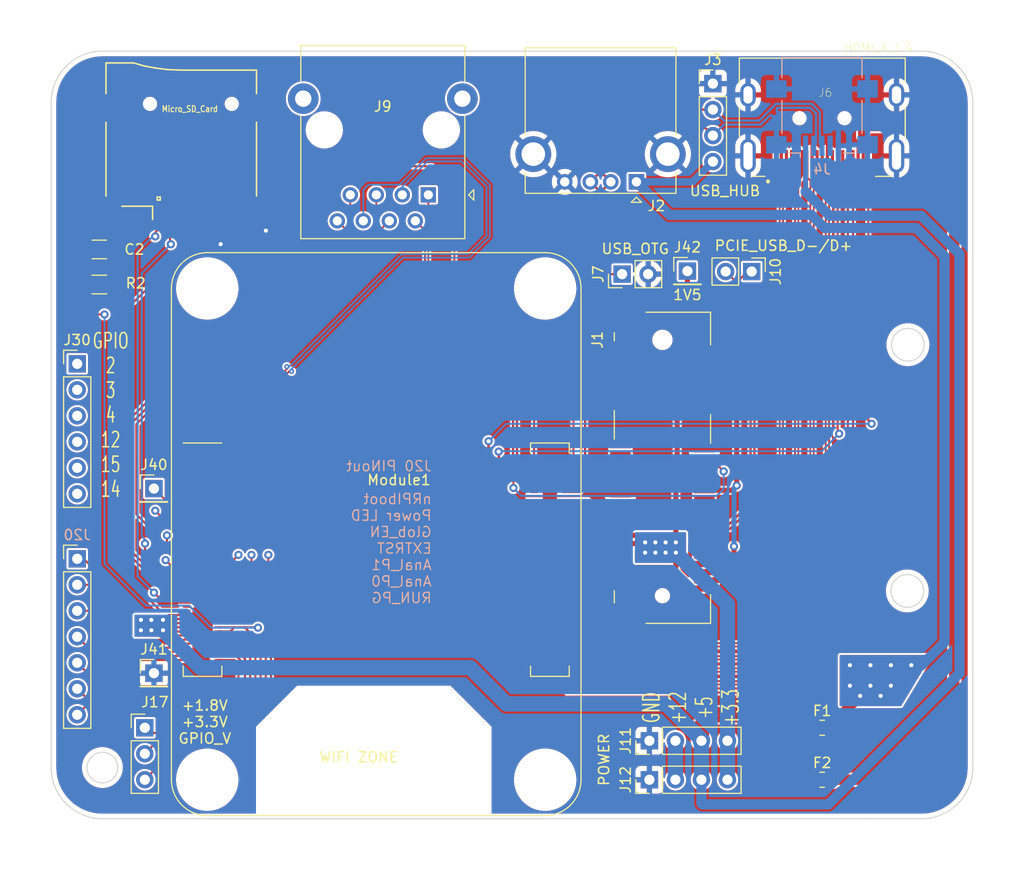
<source format=kicad_pcb>
(kicad_pcb (version 20201220) (generator pcbnew)
  (layers (0 "F.Cu" signal) (1 "In1.Cu" signal) (2 "In2.Cu" signal) (31 "B.Cu" signal) (34 "B.Paste" user) (35 "F.Paste" user) (36 "B.SilkS" user "B.Silkscreen") (37 "F.SilkS" user "F.Silkscreen") (38 "B.Mask" user) (39 "F.Mask" user) (44 "Edge.Cuts" user))
  (net 0 "")
  (net 1 "/Eth_P1_N")
  (net 2 "/Eth_P3_N")
  (net 3 "/Eth_P0_N")
  (net 4 "/Eth_P0_P")
  (net 5 "/Eth_P3_P")
  (net 6 "/Eth_P2_P")
  (net 7 "/Eth_P2_N")
  (net 8 "/Eth_P1_P")
  (net 9 "GND")
  (net 10 "/USB2_P")
  (net 11 "/USB2_N")
  (net 12 "+5V_USB")
  (net 13 "/HDMI0_TX2_P")
  (net 14 "/HDMI0_TX2_N")
  (net 15 "/HDMI0_TX1_P")
  (net 16 "/HDMI0_TX1_N")
  (net 17 "/HDMI0_TX0_P")
  (net 18 "/HDMI0_TX0_N")
  (net 19 "/HDMI0_CLK_P")
  (net 20 "/HDMI0_CLK_N")
  (net 21 "/HDMI0_CEC")
  (net 22 "/HDMI0_SCL")
  (net 23 "/HDMI0_SDA")
  (net 24 "+5V_HDMI")
  (net 25 "/HDMI0_HOTPLUG")
  (net 26 "3V3_PCIE")
  (net 27 "/PCIe_CLK_nREQ")
  (net 28 "/PCIe_CLK_P")
  (net 29 "/PCIe_CLK_N")
  (net 30 "/PCIe_nRST")
  (net 31 "/PCIe_RX_P")
  (net 32 "/PCIe_RX_N")
  (net 33 "/PCIe_TX_P")
  (net 34 "no_connect_116")
  (net 35 "/PCIe_TX_N")
  (net 36 "/PCIe_USB_D_N")
  (net 37 "/PCIe_USB_D_P")
  (net 38 "/USB_OTG_ID")
  (net 39 "/SD_CMD")
  (net 40 "/SD_DAT3")
  (net 41 "/SD_DAT2")
  (net 42 "+5V_USB_IN")
  (net 43 "/SD_CLK")
  (net 44 "/+12V_IN")
  (net 45 "/SD_DAT1")
  (net 46 "/SD_DAT0")
  (net 47 "RUN_PG")
  (net 48 "Analog_P0")
  (net 49 "Analog_P1")
  (net 50 "nEXTRST")
  (net 51 "Global_EN")
  (net 52 "nRPIBOOT")
  (net 53 "GPIO2")
  (net 54 "GPIO3")
  (net 55 "GPIO4")
  (net 56 "GPIO12")
  (net 57 "GPIO14")
  (net 58 "GPIO15")
  (net 59 "PI_N_LED")
  (net 60 "PI_POWER_LED")
  (net 61 "1V5_PCIE")
  (net 62 "GPIO_VREF")
  (net 63 "/SD_PWR_ON")
  (net 64 "3.3V_CM4")
  (net 65 "1.8V_CM4")
  (net 66 "no_connect_92")
  (net 67 "no_connect_101")
  (net 68 "no_connect_111")
  (net 69 "no_connect_113")
  (net 70 "no_connect_93")
  (net 71 "no_connect_94")
  (net 72 "no_connect_95")
  (net 73 "no_connect_96")
  (net 74 "no_connect_97")
  (net 75 "no_connect_98")
  (net 76 "no_connect_99")
  (net 77 "no_connect_100")
  (net 78 "no_connect_102")
  (net 79 "no_connect_103")
  (net 80 "no_connect_104")
  (net 81 "no_connect_105")
  (net 82 "no_connect_106")
  (net 83 "no_connect_107")
  (net 84 "no_connect_108")
  (net 85 "no_connect_109")
  (net 86 "no_connect_110")
  (net 87 "no_connect_112")
  (net 88 "no_connect_115")
  (net 89 "no_connect_117")
  (net 90 "no_connect_142")
  (net 91 "no_connect_148")
  (net 92 "no_connect_155")
  (net 93 "no_connect_159")
  (net 94 "no_connect_164")
  (net 95 "no_connect_169")
  (net 96 "Net-(Module1-Pad24)")
  (net 97 "Net-(Module1-Pad25)")
  (net 98 "Net-(Module1-Pad26)")
  (net 99 "Net-(Module1-Pad27)")
  (net 100 "Net-(Module1-Pad28)")
  (net 101 "Net-(Module1-Pad29)")
  (net 102 "Net-(Module1-Pad30)")
  (net 103 "Net-(Module1-Pad34)")
  (net 104 "Net-(Module1-Pad35)")
  (net 105 "Net-(Module1-Pad36)")
  (net 106 "Net-(Module1-Pad37)")
  (net 107 "Net-(Module1-Pad38)")
  (net 108 "Net-(Module1-Pad39)")
  (net 109 "Net-(Module1-Pad40)")
  (net 110 "Net-(Module1-Pad41)")
  (net 111 "Net-(Module1-Pad44)")
  (net 112 "Net-(Module1-Pad45)")
  (net 113 "Net-(Module1-Pad46)")
  (net 114 "Net-(Module1-Pad47)")
  (net 115 "Net-(Module1-Pad48)")
  (net 116 "Net-(Module1-Pad49)")
  (net 117 "Net-(Module1-Pad50)")
  (net 118 "/SD_DAT5")
  (net 119 "/SD_DAT4")
  (net 120 "/SD_DAT7")
  (net 121 "/SD_DAT6")
  (net 122 "no_connect_170")
  (net 123 "no_connect_171")
  (net 124 "no_connect_172")
  (net 125 "no_connect_118")
  (net 126 "no_connect_119")
  (net 127 "Net-(Module1-Pad111)")
  (net 128 "no_connect_120")
  (net 129 "no_connect_121")
  (net 130 "no_connect_122")
  (net 131 "no_connect_123")
  (net 132 "no_connect_124")
  (net 133 "no_connect_125")
  (net 134 "no_connect_126")
  (net 135 "no_connect_127")
  (net 136 "no_connect_128")
  (net 137 "no_connect_129")
  (net 138 "no_connect_130")
  (net 139 "no_connect_131")
  (net 140 "no_connect_132")
  (net 141 "no_connect_133")
  (net 142 "no_connect_134")
  (net 143 "no_connect_135")
  (net 144 "no_connect_136")
  (net 145 "no_connect_137")
  (net 146 "no_connect_138")
  (net 147 "no_connect_139")
  (net 148 "no_connect_140")
  (net 149 "no_connect_141")
  (net 150 "no_connect_143")
  (net 151 "no_connect_144")
  (net 152 "no_connect_145")
  (net 153 "no_connect_146")
  (net 154 "no_connect_147")
  (net 155 "no_connect_149")
  (net 156 "no_connect_150")
  (net 157 "no_connect_151")
  (net 158 "no_connect_152")
  (net 159 "no_connect_153")
  (net 160 "no_connect_154")
  (net 161 "no_connect_156")
  (net 162 "no_connect_157")
  (net 163 "no_connect_158")
  (net 164 "no_connect_160")
  (net 165 "no_connect_161")
  (net 166 "no_connect_162")
  (net 167 "no_connect_163")
  (net 168 "no_connect_165")
  (net 169 "no_connect_166")
  (net 170 "no_connect_167")
  (net 171 "no_connect_168")
  (net 172 "no_connect_114")
  (footprint "Connector_PinHeader_2.54mm:PinHeader_1x04_P2.54mm_Vertical" (layer "F.Cu") (at 543.42 357.38 90)
    (fp_text reference "J11")
    (fp_text value "V_IN1")
  )
  (footprint "Connector_PinHeader_2.54mm:PinHeader_1x01_P2.54mm_Vertical" (layer "F.Cu") (at 495.033 350.776)
    (fp_text reference "J41")
    (fp_text value "GND")
  )
  (footprint "Resistor_SMD:R_1206_3216Metric" (layer "F.Cu") (at 489.699 312.803)
    (fp_text reference "R2")
    (fp_text value "12K1%")
  )
  (footprint "Connector_PinHeader_2.54mm:PinHeader_1x02_P2.54mm_Vertical" (layer "F.Cu") (at 540.753 311.787 90)
    (fp_text reference "J7")
    (fp_text value "USB_OTG")
  )
  (footprint "Connector_PinHeader_2.54mm:PinHeader_1x06_P2.54mm_Vertical" (layer "F.Cu") (at 487.54 320.55)
    (fp_text reference "J30")
    (fp_text value "GPIO Connector")
  )
  (footprint "Connector_PCBEdge:BUS_PCI_Express_Mini_Half" (layer "F.Cu") (at 544.69 330.71 -90)
    (fp_text reference "J1")
    (fp_text value "Bus_PCI_Express_Mini")
  )
  (footprint "Connector_PinHeader_2.54mm:PinHeader_1x03_P2.54mm_Vertical" (layer "F.Cu") (at 494.144 356.11)
    (fp_text reference "J17")
    (fp_text value "GPIO_V")
  )
  (footprint "Connector_USB:USB_A_CONNFLY_DS1095-WNR0" (layer "F.Cu") (at 542.15 302.77 180)
    (fp_text reference "J2")
    (fp_text value "USB_A")
  )
  (footprint "SD:Conn_uSDcard" (layer "F.Cu") (at 497.7 295.15 180)
    (fp_text reference "J5")
    (fp_text value "Micro_SD_Card")
  )
  (footprint "Connector_PinHeader_2.54mm:PinHeader_1x04_P2.54mm_Vertical" (layer "F.Cu") (at 543.42 361.19 90)
    (fp_text reference "J12")
    (fp_text value "V_IN2")
  )
  (footprint "Capacitor_SMD:C_1206_3216Metric" (layer "F.Cu") (at 489.699 309.374 180)
    (fp_text reference "C2")
    (fp_text value "10uf")
  )
  (footprint "CM4IO:Raspberry-Pi-4-Compute-Module" (layer "F.Cu") (at 500.24 361.19)
    (fp_text reference "Module1")
    (fp_text value "ComputeModule4-CM4")
  )
  (footprint "Connector_PinHeader_2.54mm:PinHeader_1x02_P2.54mm_Vertical" (layer "F.Cu") (at 553.403799 311.532136 -90)
    (fp_text reference "J10")
    (fp_text value "PCIE_USB_D-/D+")
  )
  (footprint "Resistor_SMD:R_0805_2012Metric" (layer "F.Cu") (at 560.2875 361.19)
    (fp_text reference "F2")
    (fp_text value "Polyfuse")
  )
  (footprint "CM4IO:EDAC 690-019-298-412" (layer "F.Cu") (at 560.3 300.23 180)
    (fp_text reference "J6")
    (fp_text value "HDMI_A_1.4")
  )
  (footprint "Resistor_SMD:R_0805_2012Metric" (layer "F.Cu") (at 560.2875 356.11)
    (fp_text reference "F1")
    (fp_text value "Polyfuse")
  )
  (footprint "Connector_PinHeader_2.54mm:PinHeader_1x01_P2.54mm_Vertical" (layer "F.Cu") (at 495.033 332.742)
    (fp_text reference "J40")
    (fp_text value "N_LED")
  )
  (footprint "Connector_RJ:RJ45_Ninigi_GE" (layer "F.Cu") (at 521.83 304.04 180)
    (fp_text reference "J9")
    (fp_text value "RJ45")
  )
  (footprint "Connector_PinHeader_2.54mm:PinHeader_1x01_P2.54mm_Vertical" (layer "F.Cu") (at 547.129539 311.487308)
    (fp_text reference "J42")
    (fp_text value "1V5")
  )
  (footprint "Connector_PinHeader_2.54mm:PinHeader_1x07_P2.54mm_Vertical" (layer "F.Cu") (at 487.54 339.6)
    (fp_text reference "J20")
    (fp_text value "Controll Connector")
  )
  (footprint "Connector_PinHeader_2.54mm:PinHeader_1x04_P2.54mm_Vertical" (layer "F.Cu") (at 549.618992 293.168592)
    (fp_text reference "J3")
    (fp_text value "USB_HUB")
  )
  (footprint "Connector_USB:USB_Mini-B_Lumberg_2486_01_Horizontal" (layer "B.Cu") (at 560.27 296.547)
    (fp_text reference "J4")
    (fp_text value "USB_B_Micro")
  )
  (gr_arc (start 570 360) (end 570 365) (angle -90) (layer "Edge.Cuts") (width 0.1))
  (gr_line (start 565 365) (end 570 365) (layer "Edge.Cuts") (width 0.1))
  (gr_line (start 490 365) (end 565 365) (layer "Edge.Cuts") (width 0.1))
  (gr_arc (start 490 295) (end 485 295) (angle 90) (layer "Edge.Cuts") (width 0.1))
  (gr_circle (center 568.605562 342.743615) (end 570.205562 342.743615) (layer "Edge.Cuts") (width 0.1) (fill none))
  (gr_line (start 485 360) (end 485 295) (layer "Edge.Cuts") (width 0.1))
  (gr_circle (center 568.6622 318.682923) (end 570.2622 318.682923) (layer "Edge.Cuts") (width 0.1) (fill none))
  (gr_circle (center 490 360) (end 491.5 360) (layer "Edge.Cuts") (width 0.1) (fill none))
  (gr_line (start 575 360) (end 575 295) (layer "Edge.Cuts") (width 0.1))
  (gr_arc (start 570 295) (end 575 295) (angle -90) (layer "Edge.Cuts") (width 0.1))
  (gr_line (start 570 290) (end 490 290) (layer "Edge.Cuts") (width 0.1))
  (gr_arc (start 490 360) (end 485 360) (angle -90) (layer "Edge.Cuts") (width 0.1))
  (gr_text "J20 PINout\n\nnRPIboot\nPower LED\nGlob_EN\nEXTRST\nAnal_P1\nAnal_P0\nRUN_PG\n" (at 522.234026 336.982302) (layer "B.SilkS") (effects (font (size 1 1) (thickness 0.125)) (justify left mirror)))
  (gr_text "GPIO\n2\n3\n4\n12\n15\n14" (at 490.808398 325.551656) (layer "F.SilkS") (effects (font (size 1.5 1))))
  (gr_text "GND\n+12\n+5\n+3.3\n" (at 547.485569 354.142208 90) (layer "F.SilkS") (effects (font (size 1.6 1))))
  (gr_text "WIFI ZONE" (at 515.038213 358.985864) (layer "F.SilkS") (effects (font (size 1 1))))
  (gr_text "POWER" (at 538.987399 359.235031 90) (layer "F.SilkS") (effects (font (size 1 1))))
  (gr_text "+1.8V\n+3.3V\nGPIO_V" (at 500.003682 355.544163) (layer "F.SilkS") (effects (font (size 1 1))))
  (segment (start 501.32 330.69) (end 501.356297 330.653703) (width 0.175006) (layer "F.Cu") (net 1))
  (segment (start 501.356297 330.653703) (end 502.559809 330.653703) (width 0.175006) (layer "F.Cu") (net 1))
  (segment (start 502.559809 330.653703) (end 504.594703 328.618809) (width 0.175006) (layer "F.Cu") (net 1))
  (segment (start 504.594703 328.618809) (end 504.594703 324.935809) (width 0.175006) (layer "F.Cu") (net 1))
  (segment (start 508.241853 321.288659) (end 508.471659 321.288659) (width 0.175006) (layer "F.Cu") (net 1))
  (segment (start 504.594703 324.935809) (end 508.241853 321.288659) (width 0.175006) (layer "F.Cu") (net 1))
  (via (at 508.471659 321.288659) (size 0.5) (drill 0.2) (layers "F.Cu" "B.Cu") (net 1))
  (segment (start 508.471659 321.058853) (end 519.357809 310.172703) (width 0.175006) (layer "B.Cu") (net 1))
  (segment (start 508.471659 321.288659) (end 508.471659 321.058853) (width 0.175006) (layer "B.Cu") (net 1))
  (segment (start 515.48 303.532) (end 515.48 306.58) (width 0.175006) (layer "B.Cu") (net 1))
  (segment (start 519.009904 303.050096) (end 515.961904 303.050096) (width 0.175006) (layer "B.Cu") (net 1))
  (segment (start 515.961904 303.050096) (end 515.48 303.532) (width 0.175006) (layer "B.Cu") (net 1))
  (segment (start 527.835703 303.083191) (end 525.199809 300.447297) (width 0.175006) (layer "B.Cu") (net 1))
  (segment (start 519.357809 310.172703) (end 525.834809 310.172703) (width 0.175006) (layer "B.Cu") (net 1))
  (segment (start 525.199809 300.447297) (end 521.612703 300.447297) (width 0.175006) (layer "B.Cu") (net 1))
  (segment (start 521.612703 300.447297) (end 519.009904 303.050096) (width 0.175006) (layer "B.Cu") (net 1))
  (segment (start 527.835703 308.171809) (end 527.835703 303.083191) (width 0.175006) (layer "B.Cu") (net 1))
  (segment (start 525.834809 310.172703) (end 527.835703 308.171809) (width 0.175006) (layer "B.Cu") (net 1))
  (segment (start 498.203703 330.653703) (end 497.539191 330.653703) (width 0.175006) (layer "F.Cu") (net 2))
  (segment (start 496.647297 329.761809) (end 496.647297 326.070191) (width 0.175006) (layer "F.Cu") (net 2))
  (segment (start 513.882594 307.522594) (end 512.94 306.58) (width 0.175006) (layer "F.Cu") (net 2))
  (segment (start 513.882594 308.834894) (end 513.882594 307.522594) (width 0.175006) (layer "F.Cu") (net 2))
  (segment (start 498.24 330.69) (end 498.203703 330.653703) (width 0.175006) (layer "F.Cu") (net 2))
  (segment (start 496.647297 326.070191) (end 513.882594 308.834894) (width 0.175006) (layer "F.Cu") (net 2))
  (segment (start 497.539191 330.653703) (end 496.647297 329.761809) (width 0.175006) (layer "F.Cu") (net 2))
  (segment (start 501.32 331.49) (end 501.356297 331.526297) (width 0.175006) (layer "F.Cu") (net 3))
  (segment (start 506.172297 329.245191) (end 506.172297 326.451191) (width 0.175006) (layer "F.Cu") (net 3))
  (segment (start 521.502594 307.522594) (end 520.56 306.58) (width 0.175006) (layer "F.Cu") (net 3))
  (segment (start 521.502594 311.120894) (end 521.502594 307.522594) (width 0.175006) (layer "F.Cu") (net 3))
  (segment (start 503.891191 331.526297) (end 506.172297 329.245191) (width 0.175006) (layer "F.Cu") (net 3))
  (segment (start 506.172297 326.451191) (end 521.502594 311.120894) (width 0.175006) (layer "F.Cu") (net 3))
  (segment (start 501.356297 331.526297) (end 503.891191 331.526297) (width 0.175006) (layer "F.Cu") (net 3))
  (segment (start 521.83 311.256512) (end 521.83 307.522594) (width 0.175006) (layer "F.Cu") (net 4))
  (segment (start 501.32 331.89) (end 501.356297 331.853703) (width 0.175006) (layer "F.Cu") (net 4))
  (segment (start 504.026809 331.853703) (end 506.499703 329.380809) (width 0.175006) (layer "F.Cu") (net 4))
  (segment (start 501.356297 331.853703) (end 504.026809 331.853703) (width 0.175006) (layer "F.Cu") (net 4))
  (segment (start 506.499703 326.586809) (end 521.83 311.256512) (width 0.175006) (layer "F.Cu") (net 4))
  (segment (start 506.499703 329.380809) (end 506.499703 326.586809) (width 0.175006) (layer "F.Cu") (net 4))
  (segment (start 521.83 307.522594) (end 521.83 304.04) (width 0.175006) (layer "F.Cu") (net 4))
  (segment (start 498.203703 330.326297) (end 497.674809 330.326297) (width 0.175006) (layer "F.Cu") (net 5))
  (segment (start 514.21 308.970512) (end 514.21 307.522594) (width 0.175006) (layer "F.Cu") (net 5))
  (segment (start 497.674809 330.326297) (end 496.974703 329.626191) (width 0.175006) (layer "F.Cu") (net 5))
  (segment (start 496.974703 326.205809) (end 514.21 308.970512) (width 0.175006) (layer "F.Cu") (net 5))
  (segment (start 496.974703 329.626191) (end 496.974703 326.205809) (width 0.175006) (layer "F.Cu") (net 5))
  (segment (start 514.21 307.522594) (end 514.21 304.04) (width 0.175006) (layer "F.Cu") (net 5))
  (segment (start 498.24 330.29) (end 498.203703 330.326297) (width 0.175006) (layer "F.Cu") (net 5))
  (segment (start 500.276703 325.824809) (end 517.077406 309.024106) (width 0.175006) (layer "F.Cu") (net 6))
  (segment (start 498.24 331.89) (end 498.276297 331.853703) (width 0.175006) (layer "F.Cu") (net 6))
  (segment (start 517.077406 307.522594) (end 518.02 306.58) (width 0.175006) (layer "F.Cu") (net 6))
  (segment (start 499.200809 331.853703) (end 500.276703 330.777809) (width 0.175006) (layer "F.Cu") (net 6))
  (segment (start 517.077406 309.024106) (end 517.077406 307.522594) (width 0.175006) (layer "F.Cu") (net 6))
  (segment (start 500.276703 330.777809) (end 500.276703 325.824809) (width 0.175006) (layer "F.Cu") (net 6))
  (segment (start 498.276297 331.853703) (end 499.200809 331.853703) (width 0.175006) (layer "F.Cu") (net 6))
  (segment (start 499.949297 325.689191) (end 516.75 308.888488) (width 0.175006) (layer "F.Cu") (net 7))
  (segment (start 499.065191 331.526297) (end 499.949297 330.642191) (width 0.175006) (layer "F.Cu") (net 7))
  (segment (start 516.75 308.888488) (end 516.75 307.522594) (width 0.175006) (layer "F.Cu") (net 7))
  (segment (start 498.276297 331.526297) (end 499.065191 331.526297) (width 0.175006) (layer "F.Cu") (net 7))
  (segment (start 499.949297 330.642191) (end 499.949297 325.689191) (width 0.175006) (layer "F.Cu") (net 7))
  (segment (start 498.24 331.49) (end 498.276297 331.526297) (width 0.175006) (layer "F.Cu") (net 7))
  (segment (start 516.75 307.522594) (end 516.75 304.04) (width 0.175006) (layer "F.Cu") (net 7))
  (segment (start 501.32 330.29) (end 501.356297 330.326297) (width 0.175006) (layer "F.Cu") (net 8))
  (segment (start 502.424191 330.326297) (end 504.267297 328.483191) (width 0.175006) (layer "F.Cu") (net 8))
  (segment (start 504.267297 324.800191) (end 508.010341 321.057147) (width 0.175006) (layer "F.Cu") (net 8))
  (segment (start 508.010341 321.057147) (end 508.010341 320.827341) (width 0.175006) (layer "F.Cu") (net 8))
  (segment (start 504.267297 328.483191) (end 504.267297 324.800191) (width 0.175006) (layer "F.Cu") (net 8))
  (segment (start 501.356297 330.326297) (end 502.424191 330.326297) (width 0.175006) (layer "F.Cu") (net 8))
  (via (at 508.010341 320.827341) (size 0.5) (drill 0.2) (layers "F.Cu" "B.Cu") (net 8))
  (segment (start 508.240147 320.827341) (end 519.222191 309.845297) (width 0.175006) (layer "B.Cu") (net 8))
  (segment (start 519.222191 309.845297) (end 525.699191 309.845297) (width 0.175006) (layer "B.Cu") (net 8))
  (segment (start 527.508297 303.218809) (end 525.064191 300.774703) (width 0.175006) (layer "B.Cu") (net 8))
  (segment (start 508.010341 320.827341) (end 508.240147 320.827341) (width 0.175006) (layer "B.Cu") (net 8))
  (segment (start 527.508297 308.036191) (end 527.508297 303.218809) (width 0.175006) (layer "B.Cu") (net 8))
  (segment (start 525.064191 300.774703) (end 521.74832 300.774703) (width 0.175006) (layer "B.Cu") (net 8))
  (segment (start 519.29 303.233023) (end 519.29 304.04) (width 0.175006) (layer "B.Cu") (net 8))
  (segment (start 525.699191 309.845297) (end 527.508297 308.036191) (width 0.175006) (layer "B.Cu") (net 8))
  (segment (start 521.74832 300.774703) (end 519.29 303.233023) (width 0.175006) (layer "B.Cu") (net 8))
  (segment (start 504.3 305.65) (end 505.976757 307.326757) (width 0.25) (layer "F.Cu") (net 9))
  (segment (start 505.976757 307.521939) (end 505.965343 307.533353) (width 0.25) (layer "F.Cu") (net 9))
  (segment (start 501 305.65) (end 501 308.312682) (width 0.25) (layer "F.Cu") (net 9))
  (segment (start 498.71428 329.89) (end 498.24 329.89) (width 0.2) (layer "F.Cu") (net 9))
  (segment (start 498.24 331.09) (end 498.844 331.09) (width 0.2) (layer "F.Cu") (net 9))
  (segment (start 505.976757 307.326757) (end 505.976757 307.521939) (width 0.25) (layer "F.Cu") (net 9))
  (segment (start 498.844 331.09) (end 499.097 330.837) (width 0.2) (layer "F.Cu") (net 9))
  (segment (start 499.097 330.27272) (end 498.71428 329.89) (width 0.2) (layer "F.Cu") (net 9))
  (segment (start 499.097 330.837) (end 499.097 330.27272) (width 0.2) (layer "F.Cu") (net 9))
  (segment (start 505.45 305.15) (end 505.965343 305.665343) (width 0.25) (layer "F.Cu") (net 9))
  (segment (start 501 308.312682) (end 501.547369 308.860051) (width 0.25) (layer "F.Cu") (net 9))
  (segment (start 505.965343 305.665343) (end 505.965343 307.533353) (width 0.25) (layer "F.Cu") (net 9))
  (via (at 505.965343 307.533353) (size 0.8) (drill 0.4) (layers "F.Cu" "B.Cu") (net 9))
  (via (at 501.547369 308.860051) (size 0.8) (drill 0.4) (layers "F.Cu" "B.Cu") (net 9))
  (segment (start 543.042131 295.469737) (end 543.027681 295.428441) (width 0.228854) (layer "F.Cu") (net 10))
  (segment (start 542.642408 295.317835) (end 542.598932 295.322733) (width 0.228854) (layer "F.Cu") (net 10))
  (segment (start 538.459373 298.287456) (end 538.459373 301.960627) (width 0.228854) (layer "F.Cu") (net 10))
  (segment (start 543.242408 295.708592) (end 543.198932 295.703693) (width 0.228854) (layer "F.Cu") (net 10))
  (segment (start 530.945604 330.688624) (end 530.916027 330.659047) (width 0.2) (layer "F.Cu") (net 10))
  (segment (start 538.459373 303.579373) (end 538.459373 305.027246) (width 0.228854) (layer "F.Cu") (net 10))
  (segment (start 543.157636 295.689243) (end 543.120591 295.665966) (width 0.228854) (layer "F.Cu") (net 10))
  (segment (start 542.295127 295.703693) (end 542.251652 295.708592) (width 0.228854) (layer "F.Cu") (net 10))
  (segment (start 543.198932 295.703693) (end 543.157636 295.689243) (width 0.228854) (layer "F.Cu") (net 10))
  (segment (start 542.973468 295.36046) (end 542.936423 295.337183) (width 0.228854) (layer "F.Cu") (net 10))
  (segment (start 542.336423 295.689243) (end 542.295127 295.703693) (width 0.228854) (layer "F.Cu") (net 10))
  (segment (start 536.984883 306.501736) (end 536.984883 316.358411) (width 0.228854) (layer "F.Cu") (net 10))
  (segment (start 542.427681 295.597985) (end 542.404404 295.63503) (width 0.228854) (layer "F.Cu") (net 10))
  (segment (start 543.120591 295.665966) (end 543.089655 295.63503) (width 0.228854) (layer "F.Cu") (net 10))
  (segment (start 543.066378 295.597985) (end 543.051928 295.556689) (width 0.228854) (layer "F.Cu") (net 10))
  (segment (start 537.65 302.77) (end 538.459373 303.579373) (width 0.228854) (layer "F.Cu") (net 10))
  (segment (start 542.451928 295.469737) (end 542.442131 295.556689) (width 0.228854) (layer "F.Cu") (net 10))
  (segment (start 542.936423 295.337183) (end 542.895127 295.322733) (width 0.228854) (layer "F.Cu") (net 10))
  (segment (start 542.851652 295.317835) (end 542.642408 295.317835) (width 0.228854) (layer "F.Cu") (net 10))
  (segment (start 536.984883 316.358411) (end 530.106138 323.237156) (width 0.228854) (layer "F.Cu") (net 10))
  (segment (start 538.459373 305.027246) (end 536.984883 306.501736) (width 0.228854) (layer "F.Cu") (net 10))
  (segment (start 542.442131 295.556689) (end 542.427681 295.597985) (width 0.228854) (layer "F.Cu") (net 10))
  (segment (start 532.158515 330.688624) (end 530.945604 330.688624) (width 0.2) (layer "F.Cu") (net 10))
  (segment (start 543.004404 295.391396) (end 542.973468 295.36046) (width 0.228854) (layer "F.Cu") (net 10))
  (segment (start 542.598932 295.322733) (end 542.557636 295.337183) (width 0.228854) (layer "F.Cu") (net 10))
  (segment (start 530.106138 329.849158) (end 530.916027 330.659047) (width 0.228854) (layer "F.Cu") (net 10))
  (segment (start 542.557636 295.337183) (end 542.520591 295.36046) (width 0.228854) (layer "F.Cu") (net 10))
  (segment (start 542.251652 295.708592) (end 541.038237 295.708592) (width 0.228854) (layer "F.Cu") (net 10))
  (segment (start 538.459373 301.960627) (end 537.65 302.77) (width 0.228854) (layer "F.Cu") (net 10))
  (segment (start 543.051928 295.556689) (end 543.042131 295.469737) (width 0.228854) (layer "F.Cu") (net 10))
  (segment (start 542.520591 295.36046) (end 542.489655 295.391396) (width 0.228854) (layer "F.Cu") (net 10))
  (segment (start 549.618992 295.708592) (end 543.242408 295.708592) (width 0.228854) (layer "F.Cu") (net 10))
  (segment (start 541.038237 295.708592) (end 538.459373 298.287456) (width 0.228854) (layer "F.Cu") (net 10))
  (segment (start 543.027681 295.428441) (end 543.004404 295.391396) (width 0.228854) (layer "F.Cu") (net 10))
  (segment (start 542.404404 295.63503) (end 542.373468 295.665966) (width 0.228854) (layer "F.Cu") (net 10))
  (segment (start 542.489655 295.391396) (end 542.466378 295.428441) (width 0.228854) (layer "F.Cu") (net 10))
  (segment (start 530.106138 323.237156) (end 530.106138 329.849158) (width 0.228854) (layer "F.Cu") (net 10))
  (segment (start 543.089655 295.63503) (end 543.066378 295.597985) (width 0.228854) (layer "F.Cu") (net 10))
  (segment (start 542.373468 295.665966) (end 542.336423 295.689243) (width 0.228854) (layer "F.Cu") (net 10))
  (segment (start 542.466378 295.428441) (end 542.451928 295.469737) (width 0.228854) (layer "F.Cu") (net 10))
  (segment (start 542.895127 295.322733) (end 542.851652 295.317835) (width 0.228854) (layer "F.Cu") (net 10))
  (segment (start 560.060627 299.037627) (end 560.060627 295.925213) (width 0.228854) (layer "B.Cu") (net 10))
  (segment (start 560.060627 295.925213) (end 559.282786 295.147372) (width 0.228854) (layer "B.Cu") (net 10))
  (segment (start 559.282786 295.147372) (end 555.772145 295.147372) (width 0.228854) (layer "B.Cu") (net 10))
  (segment (start 555.772145 295.147372) (end 554.131552 296.787965) (width 0.228854) (layer "B.Cu") (net 10))
  (segment (start 550.698365 296.787965) (end 549.618992 295.708592) (width 0.228854) (layer "B.Cu") (net 10))
  (segment (start 554.131552 296.787965) (end 550.698365 296.787965) (width 0.228854) (layer "B.Cu") (net 10))
  (segment (start 560.27 299.247) (end 560.060627 299.037627) (width 0.228854) (layer "B.Cu") (net 10))
  (segment (start 549.618992 298.248592) (end 547.460246 296.089846) (width 0.228854) (layer "F.Cu") (net 11))
  (segment (start 537.366137 316.516333) (end 530.487392 323.395078) (width 0.228854) (layer "F.Cu") (net 11))
  (segment (start 538.840627 298.445378) (end 538.840627 301.960627) (width 0.228854) (layer "F.Cu") (net 11))
  (segment (start 537.366137 306.659658) (end 537.366137 316.516333) (width 0.228854) (layer "F.Cu") (net 11))
  (segment (start 538.840627 303.579373) (end 538.840627 305.185168) (width 0.228854) (layer "F.Cu") (net 11))
  (segment (start 531.073949 330.277793) (end 531.100593 330.304437) (width 0.228854) (layer "F.Cu") (net 11))
  (segment (start 530.487392 329.691236) (end 531.073949 330.277793) (width 0.228854) (layer "F.Cu") (net 11))
  (segment (start 539.65 302.77) (end 538.840627 303.579373) (width 0.228854) (layer "F.Cu") (net 11))
  (segment (start 538.840627 305.185168) (end 537.366137 306.659658) (width 0.228854) (layer "F.Cu") (net 11))
  (segment (start 541.196159 296.089846) (end 538.840627 298.445378) (width 0.228854) (layer "F.Cu") (net 11))
  (segment (start 538.840627 301.960627) (end 539.65 302.77) (width 0.228854) (layer "F.Cu") (net 11))
  (segment (start 547.460246 296.089846) (end 541.196159 296.089846) (width 0.228854) (layer "F.Cu") (net 11))
  (segment (start 530.487392 323.395078) (end 530.487392 329.691236) (width 0.228854) (layer "F.Cu") (net 11))
  (segment (start 531.100593 330.304437) (end 532.16 330.304437) (width 0.2) (layer "F.Cu") (net 11))
  (segment (start 555.334597 296.277276) (end 555.270179 296.277276) (width 0.228854) (layer "B.Cu") (net 11))
  (segment (start 555.930067 295.935458) (end 555.970232 295.985823) (width 0.228854) (layer "B.Cu") (net 11))
  (segment (start 554.975475 296.483218) (end 554.289474 297.169219) (width 0.228854) (layer "B.Cu") (net 11))
  (segment (start 555.862271 296.399887) (end 555.804231 296.427838) (width 0.228854) (layer "B.Cu") (net 11))
  (segment (start 555.614207 296.427838) (end 555.556169 296.399887) (width 0.228854) (layer "B.Cu") (net 11))
  (segment (start 556.012516 296.171083) (end 555.998183 296.233885) (width 0.228854) (layer "B.Cu") (net 11))
  (segment (start 555.998183 296.233885) (end 555.970232 296.291925) (width 0.228854) (layer "B.Cu") (net 11))
  (segment (start 555.930067 295.528626) (end 555.889904 295.57899) (width 0.228854) (layer "B.Cu") (net 11))
  (segment (start 555.270179 296.277276) (end 555.207377 296.291609) (width 0.228854) (layer "B.Cu") (net 11))
  (segment (start 555.677011 296.442171) (end 555.614207 296.427838) (width 0.228854) (layer "B.Cu") (net 11))
  (segment (start 555.08154 296.377154) (end 554.975475 296.483218) (width 0.228854) (layer "B.Cu") (net 11))
  (segment (start 559.124864 295.528626) (end 555.930067 295.528626) (width 0.228854) (layer "B.Cu") (net 11))
  (segment (start 555.804231 296.427838) (end 555.741429 296.442171) (width 0.228854) (layer "B.Cu") (net 11))
  (segment (start 555.556169 296.399887) (end 555.505803 296.359724) (width 0.228854) (layer "B.Cu") (net 11))
  (segment (start 555.912635 296.359723) (end 555.862271 296.399887) (width 0.228854) (layer "B.Cu") (net 11))
  (segment (start 555.207377 296.291609) (end 555.149337 296.31956) (width 0.228854) (layer "B.Cu") (net 11))
  (segment (start 555.970232 295.985823) (end 555.998183 296.043861) (width 0.228854) (layer "B.Cu") (net 11))
  (segment (start 554.289474 297.169219) (end 550.698365 297.169219) (width 0.228854) (layer "B.Cu") (net 11))
  (segment (start 555.098973 296.359723) (end 555.08154 296.377154) (width 0.228854) (layer "B.Cu") (net 11))
  (segment (start 550.698365 297.169219) (end 549.618992 298.248592) (width 0.228854) (layer "B.Cu") (net 11))
  (segment (start 555.455439 296.31956) (end 555.397401 296.291609) (width 0.228854) (layer "B.Cu") (net 11))
  (segment (start 555.998183 296.043861) (end 556.012516 296.106665) (width 0.228854) (layer "B.Cu") (net 11))
  (segment (start 555.84762 295.76425) (end 555.861953 295.827054) (width 0.228854) (layer "B.Cu") (net 11))
  (segment (start 555.930067 296.34229) (end 555.912635 296.359723) (width 0.228854) (layer "B.Cu") (net 11))
  (segment (start 555.505803 296.359724) (end 555.455439 296.31956) (width 0.228854) (layer "B.Cu") (net 11))
  (segment (start 555.741429 296.442171) (end 555.677011 296.442171) (width 0.228854) (layer "B.Cu") (net 11))
  (segment (start 555.861953 295.827054) (end 555.889904 295.885092) (width 0.228854) (layer "B.Cu") (net 11))
  (segment (start 555.889904 295.57899) (end 555.861953 295.63703) (width 0.228854) (layer "B.Cu") (net 11))
  (segment (start 555.397401 296.291609) (end 555.334597 296.277276) (width 0.228854) (layer "B.Cu") (net 11))
  (segment (start 555.84762 295.699832) (end 555.84762 295.76425) (width 0.228854) (layer "B.Cu") (net 11))
  (segment (start 555.861953 295.63703) (end 555.84762 295.699832) (width 0.228854) (layer "B.Cu") (net 11))
  (segment (start 559.679373 296.083135) (end 559.124864 295.528626) (width 0.228854) (layer "B.Cu") (net 11))
  (segment (start 556.012516 296.106665) (end 556.012516 296.171083) (width 0.228854) (layer "B.Cu") (net 11))
  (segment (start 559.679373 299.037627) (end 559.679373 296.083135) (width 0.228854) (layer "B.Cu") (net 11))
  (segment (start 559.47 299.247) (end 559.679373 299.037627) (width 0.228854) (layer "B.Cu") (net 11))
  (segment (start 555.149337 296.31956) (end 555.098973 296.359723) (width 0.228854) (layer "B.Cu") (net 11))
  (segment (start 555.889904 295.885092) (end 555.930067 295.935458) (width 0.228854) (layer "B.Cu") (net 11))
  (segment (start 555.970232 296.291925) (end 555.930067 296.34229) (width 0.228854) (layer "B.Cu") (net 11))
  (segment (start 569 350) (end 566 353) (width 1) (layer "F.Cu") (net 12))
  (segment (start 561.2 356.11) (end 561.2 355.8) (width 1) (layer "F.Cu") (net 12))
  (segment (start 563 350) (end 563 352) (width 1) (layer "F.Cu") (net 12))
  (segment (start 564 353) (end 563 352) (width 1) (layer "F.Cu") (net 12))
  (segment (start 563 350) (end 569 350) (width 1) (layer "F.Cu") (net 12))
  (segment (start 561.2 355.8) (end 564 353) (width 1) (layer "F.Cu") (net 12))
  (via (at 564 353) (size 0.8) (drill 0.4) (layers "F.Cu" "B.Cu") (net 12))
  (via (at 563 350) (size 0.8) (drill 0.4) (layers "F.Cu" "B.Cu") (net 12))
  (via (at 569 350) (size 0.8) (drill 0.4) (layers "F.Cu" "B.Cu") (net 12))
  (via (at 565 350) (size 0.8) (drill 0.4) (layers "F.Cu" "B.Cu") (net 12))
  (via (at 567 352) (size 0.8) (drill 0.4) (layers "F.Cu" "B.Cu") (net 12))
  (via (at 567 350) (size 0.8) (drill 0.4) (layers "F.Cu" "B.Cu") (net 12))
  (via (at 566 353) (size 0.8) (drill 0.4) (layers "F.Cu" "B.Cu") (net 12))
  (via (at 563 352) (size 0.8) (drill 0.4) (layers "F.Cu" "B.Cu") (net 12))
  (via (at 565 352) (size 0.8) (drill 0.4) (layers "F.Cu" "B.Cu") (net 12))
  (segment (start 569.466854 307.277475) (end 560.516676 307.277474) (width 1) (layer "B.Cu") (net 12))
  (segment (start 558.007412 305.992588) (end 558 306) (width 1) (layer "B.Cu") (net 12))
  (segment (start 572.229297 347.770703) (end 572.229297 310.039918) (width 1) (layer "B.Cu") (net 12))
  (segment (start 558 306) (end 545.38 306) (width 1) (layer "B.Cu") (net 12))
  (segment (start 549.618992 300.788592) (end 547.637584 302.77) (width 0.75) (layer "B.Cu") (net 12))
  (segment (start 560.516676 307.277474) (end 559.23179 305.992588) (width 1) (layer "B.Cu") (net 12))
  (segment (start 559.23179 305.992588) (end 558.007412 305.992588) (width 1) (layer "B.Cu") (net 12))
  (segment (start 569 350) (end 570 350) (width 1) (layer "B.Cu") (net 12))
  (segment (start 570 350) (end 572.229297 347.770703) (width 1) (layer "B.Cu") (net 12))
  (segment (start 545.38 306) (end 542.15 302.77) (width 1) (layer "B.Cu") (net 12))
  (segment (start 572.229297 310.039918) (end 569.466854 307.277475) (width 1) (layer "B.Cu") (net 12))
  (segment (start 547.637584 302.77) (end 542.15 302.77) (width 0.75) (layer "B.Cu") (net 12))
  (segment (start 545.382962 347.412871) (end 545.424981 347.370852) (width 0.175006) (layer "F.Cu") (net 13))
  (segment (start 545.774836 347.339236) (end 545.825152 347.370852) (width 0.175006) (layer "F.Cu") (net 13))
  (segment (start 546.131386 347.837044) (end 546.190437 347.843697) (width 0.175006) (layer "F.Cu") (net 13))
  (segment (start 545.951346 347.693467) (end 545.982962 347.743783) (width 0.175006) (layer "F.Cu") (net 13))
  (segment (start 546.024981 347.785802) (end 546.075297 347.817418) (width 0.175006) (layer "F.Cu") (net 13))
  (segment (start 538.078209 343.526297) (end 538.960903 344.408991) (width 0.175006) (layer "F.Cu") (net 13))
  (segment (start 545.590437 347.312956) (end 545.659697 347.312956) (width 0.175006) (layer "F.Cu") (net 13))
  (segment (start 545.475297 347.339236) (end 545.531386 347.31961) (width 0.175006) (layer "F.Cu") (net 13))
  (segment (start 535.24 343.49) (end 535.276297 343.526297) (width 0.175006) (layer "F.Cu") (net 13))
  (segment (start 545.225152 347.785802) (end 545.267171 347.743783) (width 0.175006) (layer "F.Cu") (net 13))
  (segment (start 545.659697 347.312956) (end 545.718747 347.31961) (width 0.175006) (layer "F.Cu") (net 13))
  (segment (start 539.119009 347.843697) (end 545.059697 347.843697) (width 0.175006) (layer "F.Cu") (net 13))
  (segment (start 555.862487 302.379093) (end 555.862487 301.022487) (width 0.175006) (layer "F.Cu") (net 13))
  (segment (start 545.424981 347.370852) (end 545.475297 347.339236) (width 0.175006) (layer "F.Cu") (net 13))
  (segment (start 545.93172 347.637378) (end 545.951346 347.693467) (width 0.175006) (layer "F.Cu") (net 13))
  (segment (start 556.136297 345.016391) (end 556.136297 302.652903) (width 0.175006) (layer "F.Cu") (net 13))
  (segment (start 553.308991 347.843697) (end 556.136297 345.016391) (width 0.175006) (layer "F.Cu") (net 13))
  (segment (start 545.267171 347.743783) (end 545.298787 347.693467) (width 0.175006) (layer "F.Cu") (net 13))
  (segment (start 545.718747 347.31961) (end 545.774836 347.339236) (width 0.175006) (layer "F.Cu") (net 13))
  (segment (start 545.898787 347.463187) (end 545.918413 347.519276) (width 0.175006) (layer "F.Cu") (net 13))
  (segment (start 545.867171 347.412871) (end 545.898787 347.463187) (width 0.175006) (layer "F.Cu") (net 13))
  (segment (start 545.059697 347.843697) (end 545.118747 347.837044) (width 0.175006) (layer "F.Cu") (net 13))
  (segment (start 538.960903 347.685591) (end 539.119009 347.843697) (width 0.175006) (layer "F.Cu") (net 13))
  (segment (start 538.960903 344.408991) (end 538.960903 347.685591) (width 0.175006) (layer "F.Cu") (net 13))
  (segment (start 545.531386 347.31961) (end 545.590437 347.312956) (width 0.175006) (layer "F.Cu") (net 13))
  (segment (start 545.918413 347.519276) (end 545.93172 347.637378) (width 0.175006) (layer "F.Cu") (net 13))
  (segment (start 545.982962 347.743783) (end 546.024981 347.785802) (width 0.175006) (layer "F.Cu") (net 13))
  (segment (start 556.136297 302.652903) (end 555.862487 302.379093) (width 0.175006) (layer "F.Cu") (net 13))
  (segment (start 546.190437 347.843697) (end 553.308991 347.843697) (width 0.175006) (layer "F.Cu") (net 13))
  (segment (start 535.276297 343.526297) (end 538.078209 343.526297) (width 0.175006) (layer "F.Cu") (net 13))
  (segment (start 546.075297 347.817418) (end 546.131386 347.837044) (width 0.175006) (layer "F.Cu") (net 13))
  (segment (start 545.351346 347.463187) (end 545.382962 347.412871) (width 0.175006) (layer "F.Cu") (net 13))
  (segment (start 545.118747 347.837044) (end 545.174836 347.817418) (width 0.175006) (layer "F.Cu") (net 13))
  (segment (start 555.862487 301.022487) (end 555.8 300.96) (width 0.175006) (layer "F.Cu") (net 13))
  (segment (start 545.298787 347.693467) (end 545.318413 347.637378) (width 0.175006) (layer "F.Cu") (net 13))
  (segment (start 545.33172 347.519276) (end 545.351346 347.463187) (width 0.175006) (layer "F.Cu") (net 13))
  (segment (start 545.825152 347.370852) (end 545.867171 347.412871) (width 0.175006) (layer "F.Cu") (net 13))
  (segment (start 545.174836 347.817418) (end 545.225152 347.785802) (width 0.175006) (layer "F.Cu") (net 13))
  (segment (start 545.318413 347.637378) (end 545.33172 347.519276) (width 0.175006) (layer "F.Cu") (net 13))
  (segment (start 538.633497 344.544609) (end 538.633497 347.821209) (width 0.175006) (layer "F.Cu") (net 14))
  (segment (start 538.983391 348.171103) (end 553.444609 348.171103) (width 0.175006) (layer "F.Cu") (net 14))
  (segment (start 556.463703 302.652903) (end 556.737513 302.379093) (width 0.175006) (layer "F.Cu") (net 14))
  (segment (start 535.24 343.89) (end 535.276297 343.853703) (width 0.175006) (layer "F.Cu") (net 14))
  (segment (start 556.737513 302.379093) (end 556.737513 301.022487) (width 0.175006) (layer "F.Cu") (net 14))
  (segment (start 537.942591 343.853703) (end 538.633497 344.544609) (width 0.175006) (layer "F.Cu") (net 14))
  (segment (start 553.444609 348.171103) (end 556.463703 345.152009) (width 0.175006) (layer "F.Cu") (net 14))
  (segment (start 556.463703 345.152009) (end 556.463703 302.652903) (width 0.175006) (layer "F.Cu") (net 14))
  (segment (start 556.737513 301.022487) (end 556.8 300.96) (width 0.175006) (layer "F.Cu") (net 14))
  (segment (start 538.633497 347.821209) (end 538.983391 348.171103) (width 0.175006) (layer "F.Cu") (net 14))
  (segment (start 535.276297 343.853703) (end 537.942591 343.853703) (width 0.175006) (layer "F.Cu") (net 14))
  (segment (start 538.484009 349.113697) (end 545.491497 349.113697) (width 0.175006) (layer "F.Cu") (net 15))
  (segment (start 545.730587 348.963467) (end 545.750213 348.907378) (width 0.175006) (layer "F.Cu") (net 15))
  (segment (start 538.173503 345.526591) (end 538.173503 348.803191) (width 0.175006) (layer "F.Cu") (net 15))
  (segment (start 545.963186 348.58961) (end 546.022237 348.582956) (width 0.175006) (layer "F.Cu") (net 15))
  (segment (start 546.256952 348.640852) (end 546.298971 348.682871) (width 0.175006) (layer "F.Cu") (net 15))
  (segment (start 545.76352 348.789276) (end 545.783146 348.733187) (width 0.175006) (layer "F.Cu") (net 15))
  (segment (start 546.091497 348.582956) (end 546.150547 348.58961) (width 0.175006) (layer "F.Cu") (net 15))
  (segment (start 546.330587 348.733187) (end 546.350213 348.789276) (width 0.175006) (layer "F.Cu") (net 15))
  (segment (start 546.150547 348.58961) (end 546.206636 348.609236) (width 0.175006) (layer "F.Cu") (net 15))
  (segment (start 546.456781 349.055802) (end 546.507097 349.087418) (width 0.175006) (layer "F.Cu") (net 15))
  (segment (start 545.814762 348.682871) (end 545.856781 348.640852) (width 0.175006) (layer "F.Cu") (net 15))
  (segment (start 553.969391 349.113697) (end 557.636297 345.446791) (width 0.175006) (layer "F.Cu") (net 15))
  (segment (start 545.856781 348.640852) (end 545.907097 348.609236) (width 0.175006) (layer "F.Cu") (net 15))
  (segment (start 545.491497 349.113697) (end 545.550547 349.107044) (width 0.175006) (layer "F.Cu") (net 15))
  (segment (start 537.373209 344.726297) (end 538.173503 345.526591) (width 0.175006) (layer "F.Cu") (net 15))
  (segment (start 546.507097 349.087418) (end 546.563186 349.107044) (width 0.175006) (layer "F.Cu") (net 15))
  (segment (start 546.350213 348.789276) (end 546.36352 348.907378) (width 0.175006) (layer "F.Cu") (net 15))
  (segment (start 546.206636 348.609236) (end 546.256952 348.640852) (width 0.175006) (layer "F.Cu") (net 15))
  (segment (start 557.636297 302.652903) (end 557.362487 302.379093) (width 0.175006) (layer "F.Cu") (net 15))
  (segment (start 538.173503 348.803191) (end 538.484009 349.113697) (width 0.175006) (layer "F.Cu") (net 15))
  (segment (start 545.550547 349.107044) (end 545.606636 349.087418) (width 0.175006) (layer "F.Cu") (net 15))
  (segment (start 546.022237 348.582956) (end 546.091497 348.582956) (width 0.175006) (layer "F.Cu") (net 15))
  (segment (start 546.383146 348.963467) (end 546.414762 349.013783) (width 0.175006) (layer "F.Cu") (net 15))
  (segment (start 546.563186 349.107044) (end 546.622237 349.113697) (width 0.175006) (layer "F.Cu") (net 15))
  (segment (start 557.636297 345.446791) (end 557.636297 302.652903) (width 0.175006) (layer "F.Cu") (net 15))
  (segment (start 546.36352 348.907378) (end 546.383146 348.963467) (width 0.175006) (layer "F.Cu") (net 15))
  (segment (start 545.656952 349.055802) (end 545.698971 349.013783) (width 0.175006) (layer "F.Cu") (net 15))
  (segment (start 557.362487 301.022487) (end 557.3 300.96) (width 0.175006) (layer "F.Cu") (net 15))
  (segment (start 546.414762 349.013783) (end 546.456781 349.055802) (width 0.175006) (layer "F.Cu") (net 15))
  (segment (start 546.622237 349.113697) (end 553.969391 349.113697) (width 0.175006) (layer "F.Cu") (net 15))
  (segment (start 545.750213 348.907378) (end 545.76352 348.789276) (width 0.175006) (layer "F.Cu") (net 15))
  (segment (start 557.362487 302.379093) (end 557.362487 301.022487) (width 0.175006) (layer "F.Cu") (net 15))
  (segment (start 535.276297 344.726297) (end 537.373209 344.726297) (width 0.175006) (layer "F.Cu") (net 15))
  (segment (start 545.783146 348.733187) (end 545.814762 348.682871) (width 0.175006) (layer "F.Cu") (net 15))
  (segment (start 545.907097 348.609236) (end 545.963186 348.58961) (width 0.175006) (layer "F.Cu") (net 15))
  (segment (start 545.698971 349.013783) (end 545.730587 348.963467) (width 0.175006) (layer "F.Cu") (net 15))
  (segment (start 545.606636 349.087418) (end 545.656952 349.055802) (width 0.175006) (layer "F.Cu") (net 15))
  (segment (start 546.298971 348.682871) (end 546.330587 348.733187) (width 0.175006) (layer "F.Cu") (net 15))
  (segment (start 535.24 344.69) (end 535.276297 344.726297) (width 0.175006) (layer "F.Cu") (net 15))
  (segment (start 535.24 345.09) (end 535.276297 345.053703) (width 0.175006) (layer "F.Cu") (net 16))
  (segment (start 557.963703 345.582409) (end 557.963703 302.652903) (width 0.175006) (layer "F.Cu") (net 16))
  (segment (start 537.237591 345.053703) (end 537.846097 345.662209) (width 0.175006) (layer "F.Cu") (net 16))
  (segment (start 537.846097 348.938809) (end 538.348391 349.441103) (width 0.175006) (layer "F.Cu") (net 16))
  (segment (start 557.963703 302.652903) (end 558.237513 302.379093) (width 0.175006) (layer "F.Cu") (net 16))
  (segment (start 537.846097 345.662209) (end 537.846097 348.938809) (width 0.175006) (layer "F.Cu") (net 16))
  (segment (start 558.237513 301.022487) (end 558.3 300.96) (width 0.175006) (layer "F.Cu") (net 16))
  (segment (start 538.348391 349.441103) (end 554.105009 349.441103) (width 0.175006) (layer "F.Cu") (net 16))
  (segment (start 554.105009 349.441103) (end 557.963703 345.582409) (width 0.175006) (layer "F.Cu") (net 16))
  (segment (start 558.237513 302.379093) (end 558.237513 301.022487) (width 0.175006) (layer "F.Cu") (net 16))
  (segment (start 535.276297 345.053703) (end 537.237591 345.053703) (width 0.175006) (layer "F.Cu") (net 16))
  (segment (start 547.570014 350.25432) (end 547.61623 350.283359) (width 0.175006) (layer "F.Cu") (net 17))
  (segment (start 537.487703 350.047791) (end 537.747409 350.307497) (width 0.175006) (layer "F.Cu") (net 17))
  (segment (start 559.136297 346.029591) (end 559.136297 302.652903) (width 0.175006) (layer "F.Cu") (net 17))
  (segment (start 559.136297 302.652903) (end 558.862487 302.379093) (width 0.175006) (layer "F.Cu") (net 17))
  (segment (start 546.854103 350.169509) (end 546.87213 350.117991) (width 0.175006) (layer "F.Cu") (net 17))
  (segment (start 546.970014 349.873185) (end 547.01623 349.844146) (width 0.175006) (layer "F.Cu") (net 17))
  (segment (start 546.786469 350.25432) (end 546.825064 350.215725) (width 0.175006) (layer "F.Cu") (net 17))
  (segment (start 547.067748 349.826119) (end 547.121987 349.820007) (width 0.175006) (layer "F.Cu") (net 17))
  (segment (start 547.454103 349.957996) (end 547.47213 350.009514) (width 0.175006) (layer "F.Cu") (net 17))
  (segment (start 547.484353 350.117991) (end 547.50238 350.169509) (width 0.175006) (layer "F.Cu") (net 17))
  (segment (start 554.858391 350.307497) (end 559.136297 346.029591) (width 0.175006) (layer "F.Cu") (net 17))
  (segment (start 537.487703 346.567991) (end 537.487703 350.047791) (width 0.175006) (layer "F.Cu") (net 17))
  (segment (start 535.276297 345.926297) (end 536.846009 345.926297) (width 0.175006) (layer "F.Cu") (net 17))
  (segment (start 547.121987 349.820007) (end 547.234497 349.820007) (width 0.175006) (layer "F.Cu") (net 17))
  (segment (start 547.721987 350.307497) (end 554.858391 350.307497) (width 0.175006) (layer "F.Cu") (net 17))
  (segment (start 547.47213 350.009514) (end 547.484353 350.117991) (width 0.175006) (layer "F.Cu") (net 17))
  (segment (start 547.531419 350.215725) (end 547.570014 350.25432) (width 0.175006) (layer "F.Cu") (net 17))
  (segment (start 546.688735 350.301386) (end 546.740253 350.283359) (width 0.175006) (layer "F.Cu") (net 17))
  (segment (start 546.740253 350.283359) (end 546.786469 350.25432) (width 0.175006) (layer "F.Cu") (net 17))
  (segment (start 546.87213 350.117991) (end 546.884353 350.009514) (width 0.175006) (layer "F.Cu") (net 17))
  (segment (start 547.386469 349.873185) (end 547.425064 349.91178) (width 0.175006) (layer "F.Cu") (net 17))
  (segment (start 546.634497 350.307497) (end 546.688735 350.301386) (width 0.175006) (layer "F.Cu") (net 17))
  (segment (start 537.747409 350.307497) (end 546.634497 350.307497) (width 0.175006) (layer "F.Cu") (net 17))
  (segment (start 547.50238 350.169509) (end 547.531419 350.215725) (width 0.175006) (layer "F.Cu") (net 17))
  (segment (start 558.862487 302.379093) (end 558.862487 301.022487) (width 0.175006) (layer "F.Cu") (net 17))
  (segment (start 546.931419 349.91178) (end 546.970014 349.873185) (width 0.175006) (layer "F.Cu") (net 17))
  (segment (start 536.846009 345.926297) (end 537.487703 346.567991) (width 0.175006) (layer "F.Cu") (net 17))
  (segment (start 547.61623 350.283359) (end 547.667748 350.301386) (width 0.175006) (layer "F.Cu") (net 17))
  (segment (start 547.667748 350.301386) (end 547.721987 350.307497) (width 0.175006) (layer "F.Cu") (net 17))
  (segment (start 546.90238 349.957996) (end 546.931419 349.91178) (width 0.175006) (layer "F.Cu") (net 17))
  (segment (start 547.01623 349.844146) (end 547.067748 349.826119) (width 0.175006) (layer "F.Cu") (net 17))
  (segment (start 547.288735 349.826119) (end 547.340253 349.844146) (width 0.175006) (layer "F.Cu") (net 17))
  (segment (start 547.234497 349.820007) (end 547.288735 349.826119) (width 0.175006) (layer "F.Cu") (net 17))
  (segment (start 547.340253 349.844146) (end 547.386469 349.873185) (width 0.175006) (layer "F.Cu") (net 17))
  (segment (start 547.425064 349.91178) (end 547.454103 349.957996) (width 0.175006) (layer "F.Cu") (net 17))
  (segment (start 558.862487 301.022487) (end 558.8 300.96) (width 0.175006) (layer "F.Cu") (net 17))
  (segment (start 546.825064 350.215725) (end 546.854103 350.169509) (width 0.175006) (layer "F.Cu") (net 17))
  (segment (start 535.24 345.89) (end 535.276297 345.926297) (width 0.175006) (layer "F.Cu") (net 17))
  (segment (start 546.884353 350.009514) (end 546.90238 349.957996) (width 0.175006) (layer "F.Cu") (net 17))
  (segment (start 537.160297 350.183409) (end 537.611791 350.634903) (width 0.175006) (layer "F.Cu") (net 18))
  (segment (start 535.24 346.29) (end 535.276297 346.253703) (width 0.175006) (layer "F.Cu") (net 18))
  (segment (start 559.737513 301.022487) (end 559.8 300.96) (width 0.175006) (layer "F.Cu") (net 18))
  (segment (start 559.463703 302.652903) (end 559.737513 302.379093) (width 0.175006) (layer "F.Cu") (net 18))
  (segment (start 559.463703 346.165209) (end 559.463703 302.652903) (width 0.175006) (layer "F.Cu") (net 18))
  (segment (start 537.160297 346.703609) (end 537.160297 350.183409) (width 0.175006) (layer "F.Cu") (net 18))
  (segment (start 559.737513 302.379093) (end 559.737513 301.022487) (width 0.175006) (layer "F.Cu") (net 18))
  (segment (start 536.710391 346.253703) (end 537.160297 346.703609) (width 0.175006) (layer "F.Cu") (net 18))
  (segment (start 554.994009 350.634903) (end 559.463703 346.165209) (width 0.175006) (layer "F.Cu") (net 18))
  (segment (start 537.611791 350.634903) (end 554.994009 350.634903) (width 0.175006) (layer "F.Cu") (net 18))
  (segment (start 535.276297 346.253703) (end 536.710391 346.253703) (width 0.175006) (layer "F.Cu") (net 18))
  (segment (start 546.784103 351.552097) (end 546.840746 351.545715) (width 0.175006) (layer "F.Cu") (net 19))
  (segment (start 546.840746 351.545715) (end 546.89455 351.526889) (width 0.175006) (layer "F.Cu") (net 19))
  (segment (start 560.362487 301.022487) (end 560.3 300.96) (width 0.175006) (layer "F.Cu") (net 19))
  (segment (start 560.636297 302.652903) (end 560.362487 302.379093) (width 0.175006) (layer "F.Cu") (net 19))
  (segment (start 547.836569 351.545715) (end 547.893213 351.552097) (width 0.175006) (layer "F.Cu") (net 19))
  (segment (start 547.49455 351.068196) (end 547.542815 351.098523) (width 0.175006) (layer "F.Cu") (net 19))
  (segment (start 547.384103 351.042987) (end 547.440746 351.04937) (width 0.175006) (layer "F.Cu") (net 19))
  (segment (start 547.694193 351.456255) (end 547.7345 351.496562) (width 0.175006) (layer "F.Cu") (net 19))
  (segment (start 536.191809 347.126297) (end 536.776503 347.710991) (width 0.175006) (layer "F.Cu") (net 19))
  (segment (start 547.013449 351.40799) (end 547.032275 351.354186) (width 0.175006) (layer "F.Cu") (net 19))
  (segment (start 547.632275 351.240899) (end 547.64504 351.354186) (width 0.175006) (layer "F.Cu") (net 19))
  (segment (start 535.24 347.09) (end 535.276297 347.126297) (width 0.175006) (layer "F.Cu") (net 19))
  (segment (start 547.893213 351.552097) (end 556.179191 351.552097) (width 0.175006) (layer "F.Cu") (net 19))
  (segment (start 560.362487 302.379093) (end 560.362487 301.022487) (width 0.175006) (layer "F.Cu") (net 19))
  (segment (start 547.182765 351.068196) (end 547.236569 351.04937) (width 0.175006) (layer "F.Cu") (net 19))
  (segment (start 547.094193 351.13883) (end 547.1345 351.098523) (width 0.175006) (layer "F.Cu") (net 19))
  (segment (start 547.04504 351.240899) (end 547.063866 351.187095) (width 0.175006) (layer "F.Cu") (net 19))
  (segment (start 546.942815 351.496562) (end 546.983122 351.456255) (width 0.175006) (layer "F.Cu") (net 19))
  (segment (start 547.542815 351.098523) (end 547.583122 351.13883) (width 0.175006) (layer "F.Cu") (net 19))
  (segment (start 547.613449 351.187095) (end 547.632275 351.240899) (width 0.175006) (layer "F.Cu") (net 19))
  (segment (start 537.366409 351.552097) (end 546.784103 351.552097) (width 0.175006) (layer "F.Cu") (net 19))
  (segment (start 556.179191 351.552097) (end 560.636297 347.094991) (width 0.175006) (layer "F.Cu") (net 19))
  (segment (start 547.063866 351.187095) (end 547.094193 351.13883) (width 0.175006) (layer "F.Cu") (net 19))
  (segment (start 546.89455 351.526889) (end 546.942815 351.496562) (width 0.175006) (layer "F.Cu") (net 19))
  (segment (start 536.776503 350.962191) (end 537.366409 351.552097) (width 0.175006) (layer "F.Cu") (net 19))
  (segment (start 547.1345 351.098523) (end 547.182765 351.068196) (width 0.175006) (layer "F.Cu") (net 19))
  (segment (start 560.636297 347.094991) (end 560.636297 302.652903) (width 0.175006) (layer "F.Cu") (net 19))
  (segment (start 546.983122 351.456255) (end 547.013449 351.40799) (width 0.175006) (layer "F.Cu") (net 19))
  (segment (start 536.776503 347.710991) (end 536.776503 350.962191) (width 0.175006) (layer "F.Cu") (net 19))
  (segment (start 547.293213 351.042987) (end 547.384103 351.042987) (width 0.175006) (layer "F.Cu") (net 19))
  (segment (start 535.276297 347.126297) (end 536.191809 347.126297) (width 0.175006) (layer "F.Cu") (net 19))
  (segment (start 547.440746 351.04937) (end 547.49455 351.068196) (width 0.175006) (layer "F.Cu") (net 19))
  (segment (start 547.7345 351.496562) (end 547.782765 351.526889) (width 0.175006) (layer "F.Cu") (net 19))
  (segment (start 547.236569 351.04937) (end 547.293213 351.042987) (width 0.175006) (layer "F.Cu") (net 19))
  (segment (start 547.583122 351.13883) (end 547.613449 351.187095) (width 0.175006) (layer "F.Cu") (net 19))
  (segment (start 547.64504 351.354186) (end 547.663866 351.40799) (width 0.175006) (layer "F.Cu") (net 19))
  (segment (start 547.782765 351.526889) (end 547.836569 351.545715) (width 0.175006) (layer "F.Cu") (net 19))
  (segment (start 547.032275 351.354186) (end 547.04504 351.240899) (width 0.175006) (layer "F.Cu") (net 19))
  (segment (start 547.663866 351.40799) (end 547.694193 351.456255) (width 0.175006) (layer "F.Cu") (net 19))
  (segment (start 537.230791 351.879503) (end 556.314809 351.879503) (width 0.175006) (layer "F.Cu") (net 20))
  (segment (start 535.276297 347.453703) (end 536.056191 347.453703) (width 0.175006) (layer "F.Cu") (net 20))
  (segment (start 561.237513 302.379093) (end 561.237513 301.022487) (width 0.175006) (layer "F.Cu") (net 20))
  (segment (start 535.24 347.49) (end 535.276297 347.453703) (width 0.175006) (layer "F.Cu") (net 20))
  (segment (start 536.449097 351.097809) (end 537.230791 351.879503) (width 0.175006) (layer "F.Cu") (net 20))
  (segment (start 560.963703 347.230609) (end 560.963703 302.652903) (width 0.175006) (layer "F.Cu") (net 20))
  (segment (start 536.449097 347.846609) (end 536.449097 351.097809) (width 0.175006) (layer "F.Cu") (net 20))
  (segment (start 556.314809 351.879503) (end 560.963703 347.230609) (width 0.175006) (layer "F.Cu") (net 20))
  (segment (start 561.237513 301.022487) (end 561.3 300.96) (width 0.175006) (layer "F.Cu") (net 20))
  (segment (start 536.056191 347.453703) (end 536.449097 347.846609) (width 0.175006) (layer "F.Cu") (net 20))
  (segment (start 560.963703 302.652903) (end 561.237513 302.379093) (width 0.175006) (layer "F.Cu") (net 20))
  (segment (start 528.706379 329.137754) (end 528.706379 336.960319) (width 0.25) (layer "F.Cu") (net 21))
  (segment (start 530.914823 339.168763) (end 531.63606 339.89) (width 0.2) (layer "F.Cu") (net 21))
  (segment (start 528.695959 329.127334) (end 528.706379 329.137754) (width 0.25) (layer "F.Cu") (net 21))
  (segment (start 561.8 325.827993) (end 561.8 327.233288) (width 0.2) (layer "F.Cu") (net 21))
  (segment (start 528.706379 336.960319) (end 530.914823 339.168763) (width 0.25) (layer "F.Cu") (net 21))
  (segment (start 561.8 327.233288) (end 561.944563 327.377851) (width 0.2) (layer "F.Cu") (net 21))
  (segment (start 561.8 300.96) (end 561.8 325.827993) (width 0.2) (layer "F.Cu") (net 21))
  (segment (start 531.63606 339.89) (end 532.16 339.89) (width 0.2) (layer "F.Cu") (net 21))
  (via (at 561.944563 327.377851) (size 0.8) (drill 0.4) (layers "F.Cu" "B.Cu") (net 21))
  (via (at 528.695959 329.127334) (size 0.8) (drill 0.4) (layers "F.Cu" "B.Cu") (net 21))
  (segment (start 528.736527 329.086766) (end 528.695959 329.127334) (width 0.2) (layer "B.Cu") (net 21))
  (segment (start 560.235648 329.086766) (end 528.736527 329.086766) (width 0.2) (layer "B.Cu") (net 21))
  (segment (start 561.944563 327.377851) (end 560.235648 329.086766) (width 0.2) (layer "B.Cu") (net 21))
  (segment (start 562.8 300.96) (end 562.8 345.942338) (width 0.2) (layer "F.Cu") (net 22))
  (segment (start 535.24 350.436738) (end 535.24 349.49) (width 0.2) (layer "F.Cu") (net 22))
  (segment (start 537.070277 352.267015) (end 535.24 350.436738) (width 0.2) (layer "F.Cu") (net 22))
  (segment (start 556.475322 352.267016) (end 537.070277 352.267015) (width 0.2) (layer "F.Cu") (net 22))
  (segment (start 562.8 345.942338) (end 556.475322 352.267016) (width 0.2) (layer "F.Cu") (net 22))
  (segment (start 563.3 346.008035) (end 556.64101 352.667025) (width 0.2) (layer "F.Cu") (net 23))
  (segment (start 556.64101 352.667025) (end 535.337025 352.667025) (width 0.2) (layer "F.Cu") (net 23))
  (segment (start 535.337025 352.667025) (end 532.16 349.49) (width 0.2) (layer "F.Cu") (net 23))
  (segment (start 563.3 300.96) (end 563.3 346.008035) (width 0.2) (layer "F.Cu") (net 23))
  (segment (start 564.3 297.7) (end 564.3 297.466962) (width 0.2) (layer "F.Cu") (net 24))
  (segment (start 564.3 297.466962) (end 564.155957 297.322919) (width 0.2) (layer "F.Cu") (net 24))
  (segment (start 564.3 297.466962) (end 564.3 298.3) (width 1) (layer "F.Cu") (net 24))
  (segment (start 564.3 297.7) (end 564.3 298.3) (width 0.2) (layer "F.Cu") (net 24))
  (segment (start 564.385895 361.19) (end 573.189004 352.386891) (width 1) (layer "F.Cu") (net 24))
  (segment (start 573.189004 299.261859) (end 571.250064 297.322919) (width 1) (layer "F.Cu") (net 24))
  (segment (start 564.3 300.96) (end 564.3 297.7) (width 0.2) (layer "F.Cu") (net 24))
  (segment (start 564.3 298.3) (end 564.3 298.7) (width 0.2) (layer "F.Cu") (net 24))
  (segment (start 561.2 361.19) (end 564.385895 361.19) (width 1) (layer "F.Cu") (net 24))
  (segment (start 571.250064 297.322919) (end 564.155957 297.322919) (width 1) (layer "F.Cu") (net 24))
  (segment (start 573.189004 352.386891) (end 573.189004 309.606181) (width 1) (layer "F.Cu") (net 24))
  (segment (start 573.189004 309.606181) (end 573.189004 299.261859) (width 1) (layer "F.Cu") (net 24))
  (segment (start 529.844908 339.598857) (end 530.536051 340.29) (width 0.2) (layer "F.Cu") (net 25))
  (segment (start 527.711055 337.465004) (end 529.844908 339.598857) (width 0.25) (layer "F.Cu") (net 25))
  (segment (start 564.8 300.96) (end 564.8 326.089434) (width 0.2) (layer "F.Cu") (net 25))
  (segment (start 564.8 326.089434) (end 565.119297 326.408731) (width 0.2) (layer "F.Cu") (net 25))
  (segment (start 527.711055 328.114986) (end 527.711055 337.465004) (width 0.25) (layer "F.Cu") (net 25))
  (segment (start 530.536051 340.29) (end 532.16 340.29) (width 0.2) (layer "F.Cu") (net 25))
  (via (at 527.711055 328.114986) (size 0.8) (drill 0.4) (layers "F.Cu" "B.Cu") (net 25))
  (via (at 565.119297 326.408731) (size 0.8) (drill 0.4) (layers "F.Cu" "B.Cu") (net 25))
  (segment (start 565.119297 326.408731) (end 529.41731 326.408731) (width 0.2) (layer "B.Cu") (net 25))
  (segment (start 529.41731 326.408731) (end 527.711055 328.114986) (width 0.2) (layer "B.Cu") (net 25))
  (segment (start 542.31 337.31) (end 543 338) (width 0.5) (layer "F.Cu") (net 26))
  (segment (start 548.787227 342.507227) (end 547.650815 342.507227) (width 0.5) (layer "F.Cu") (net 26))
  (segment (start 546.129638 320.83395) (end 547.653588 319.31) (width 0.5) (layer "F.Cu") (net 26))
  (segment (start 547.653588 319.31) (end 548.79 319.31) (width 0.5) (layer "F.Cu") (net 26))
  (segment (start 543 338) (end 546 338) (width 0.5) (layer "F.Cu") (net 26))
  (segment (start 548.79 331.31) (end 547.347588 331.31) (width 0.5) (layer "F.Cu") (net 26))
  (segment (start 547.347588 331.31) (end 546.129638 330.09205) (width 0.5) (layer "F.Cu") (net 26))
  (segment (start 543 339) (end 546 339) (width 0.5) (layer "F.Cu") (net 26))
  (segment (start 546 340.856412) (end 546 339) (width 0.5) (layer "F.Cu") (net 26))
  (segment (start 546 339) (end 546 338) (width 0.5) (layer "F.Cu") (net 26))
  (segment (start 546.129638 330.09205) (end 546.129638 320.83395) (width 0.5) (layer "F.Cu") (net 26))
  (segment (start 542.89 338.11) (end 543 338) (width 0.5) (layer "F.Cu") (net 26))
  (segment (start 546 338) (end 546 332.209479) (width 0.5) (layer "F.Cu") (net 26))
  (segment (start 540.59 338.11) (end 542.89 338.11) (width 0.5) (layer "F.Cu") (net 26))
  (segment (start 547.650815 342.507227) (end 546 340.856412) (width 0.5) (layer "F.Cu") (net 26))
  (segment (start 548.79 342.51) (end 548.787227 342.507227) (width 0.5) (layer "F.Cu") (net 26))
  (segment (start 546 332.209479) (end 546.899479 331.31) (width 0.5) (layer "F.Cu") (net 26))
  (segment (start 540.59 337.31) (end 542.31 337.31) (width 0.5) (layer "F.Cu") (net 26))
  (segment (start 546.899479 331.31) (end 548.79 331.31) (width 0.5) (layer "F.Cu") (net 26))
  (segment (start 543 338) (end 543 339) (width 0.5) (layer "F.Cu") (net 26))
  (via (at 544 338) (size 0.8) (drill 0.4) (layers "F.Cu" "B.Cu") (net 26))
  (via (at 544 339) (size 0.8) (drill 0.4) (layers "F.Cu" "B.Cu") (net 26))
  (via (at 546 339) (size 0.8) (drill 0.4) (layers "F.Cu" "B.Cu") (net 26))
  (via (at 543 339) (size 0.8) (drill 0.4) (layers "F.Cu" "B.Cu") (net 26))
  (via (at 545 339) (size 0.8) (drill 0.4) (layers "F.Cu" "B.Cu") (net 26))
  (via (at 543 338) (size 0.8) (drill 0.4) (layers "F.Cu" "B.Cu") (net 26))
  (via (at 546 338) (size 0.8) (drill 0.4) (layers "F.Cu" "B.Cu") (net 26))
  (via (at 545 338) (size 0.8) (drill 0.4) (layers "F.Cu" "B.Cu") (net 26))
  (segment (start 551.04 344.04) (end 551.04 357.38) (width 1.5) (layer "B.Cu") (net 26))
  (segment (start 551.04 357.38) (end 551.04 361.19) (width 1.5) (layer "B.Cu") (net 26))
  (segment (start 546 339) (end 551.04 344.04) (width 1.5) (layer "B.Cu") (net 26))
  (segment (start 535.773538 329.89) (end 536.003205 329.660333) (width 0.2) (layer "F.Cu") (net 27))
  (segment (start 536.003205 324.806371) (end 537.892916 322.91666) (width 0.2) (layer "F.Cu") (net 27))
  (segment (start 536.003205 329.660333) (end 536.003205 324.806371) (width 0.2) (layer "F.Cu") (net 27))
  (segment (start 537.892916 322.91666) (end 539.499576 321.31) (width 0.2) (layer "F.Cu") (net 27))
  (segment (start 539.499576 321.31) (end 540.59 321.31) (width 0.2) (layer "F.Cu") (net 27))
  (segment (start 535.24 329.89) (end 535.773538 329.89) (width 0.2) (layer "F.Cu") (net 27))
  (segment (start 540.380627 323.119373) (end 539.057039 323.119373) (width 0.228854) (layer "F.Cu") (net 28))
  (segment (start 536.752373 325.424039) (end 536.752373 331.012039) (width 0.228854) (layer "F.Cu") (net 28))
  (segment (start 535.244961 331.494961) (end 536.269451 331.494961) (width 0.2) (layer "F.Cu") (net 28))
  (segment (start 539.057039 323.119373) (end 536.752373 325.424039) (width 0.228854) (layer "F.Cu") (net 28))
  (segment (start 540.59 322.91) (end 540.380627 323.119373) (width 0.228854) (layer "F.Cu") (net 28))
  (segment (start 536.752373 331.012039) (end 536.269451 331.494961) (width 0.228854) (layer "F.Cu") (net 28))
  (segment (start 535.24 331.49) (end 535.244961 331.494961) (width 0.2) (layer "F.Cu") (net 28))
  (segment (start 540.59 323.71) (end 540.380627 323.500627) (width 0.228854) (layer "F.Cu") (net 29))
  (segment (start 539.214961 323.500627) (end 537.133627 325.581961) (width 0.228854) (layer "F.Cu") (net 29))
  (segment (start 535.24 331.89) (end 536.413588 331.89) (width 0.2) (layer "F.Cu") (net 29))
  (segment (start 540.380627 323.500627) (end 539.214961 323.500627) (width 0.228854) (layer "F.Cu") (net 29))
  (segment (start 537.133627 331.169961) (end 536.427373 331.876215) (width 0.228854) (layer "F.Cu") (net 29))
  (segment (start 536.413588 331.89) (end 536.427373 331.876215) (width 0.2) (layer "F.Cu") (net 29))
  (segment (start 535.24 331.89) (end 535.253785 331.876215) (width 0.127) (layer "F.Cu") (net 29))
  (segment (start 537.133627 325.581961) (end 537.133627 331.169961) (width 0.228854) (layer "F.Cu") (net 29))
  (segment (start 548.79 330.51) (end 550.119638 330.51) (width 0.2) (layer "F.Cu") (net 30))
  (segment (start 530.374618 331.49) (end 532.16 331.49) (width 0.2) (layer "F.Cu") (net 30))
  (segment (start 530.136547 331.728071) (end 530.374618 331.49) (width 0.2) (layer "F.Cu") (net 30))
  (segment (start 530.136547 332.678354) (end 530.136547 331.728071) (width 0.2) (layer "F.Cu") (net 30))
  (segment (start 550.119638 330.51) (end 550.672295 331.062657) (width 0.2) (layer "F.Cu") (net 30))
  (via (at 530.136547 332.678354) (size 0.8) (drill 0.4) (layers "F.Cu" "B.Cu") (net 30))
  (via (at 550.672295 331.062657) (size 0.8) (drill 0.4) (layers "F.Cu" "B.Cu") (net 30))
  (segment (start 549.994944 333.453584) (end 530.911777 333.453584) (width 0.2) (layer "B.Cu") (net 30))
  (segment (start 530.911777 333.453584) (end 530.136547 332.678354) (width 0.2) (layer "B.Cu") (net 30))
  (segment (start 550.672295 331.062657) (end 550.672295 332.776233) (width 0.2) (layer "B.Cu") (net 30))
  (segment (start 550.672295 332.776233) (end 549.994944 333.453584) (width 0.2) (layer "B.Cu") (net 30))
  (segment (start 536.483039 332.678373) (end 536.456975 332.704437) (width 0.228854) (layer "F.Cu") (net 31))
  (segment (start 535.24 332.69) (end 536.471412 332.69) (width 0.2) (layer "F.Cu") (net 31))
  (segment (start 540.59 330.91) (end 540.380627 331.119373) (width 0.228854) (layer "F.Cu") (net 31))
  (segment (start 535.24 332.69) (end 535.251627 332.678373) (width 0.127) (layer "F.Cu") (net 31))
  (segment (start 536.471412 332.69) (end 536.483039 332.678373) (width 0.2) (layer "F.Cu") (net 31))
  (segment (start 540.380627 331.119373) (end 538.042039 331.119373) (width 0.228854) (layer "F.Cu") (net 31))
  (segment (start 538.042039 331.119373) (end 536.483039 332.678373) (width 0.228854) (layer "F.Cu") (net 31))
  (segment (start 538.199961 331.500627) (end 536.640961 333.059627) (width 0.228854) (layer "F.Cu") (net 32))
  (segment (start 540.380627 331.500627) (end 538.199961 331.500627) (width 0.228854) (layer "F.Cu") (net 32))
  (segment (start 535.24 333.09) (end 536.610588 333.09) (width 0.2) (layer "F.Cu") (net 32))
  (segment (start 540.59 331.71) (end 540.380627 331.500627) (width 0.228854) (layer "F.Cu") (net 32))
  (segment (start 536.610588 333.09) (end 536.640961 333.059627) (width 0.2) (layer "F.Cu") (net 32))
  (segment (start 535.247573 333.897573) (end 536.2572 333.897573) (width 0.2) (layer "F.Cu") (net 33))
  (segment (start 537.875561 334.319373) (end 537.453761 333.897573) (width 0.228854) (layer "F.Cu") (net 33))
  (segment (start 537.453761 333.897573) (end 536.2572 333.897573) (width 0.228854) (layer "F.Cu") (net 33))
  (segment (start 535.24 333.89) (end 535.247573 333.897573) (width 0.2) (layer "F.Cu") (net 33))
  (segment (start 540.59 334.11) (end 540.380627 334.319373) (width 0.228854) (layer "F.Cu") (net 33))
  (segment (start 540.380627 334.319373) (end 537.875561 334.319373) (width 0.228854) (layer "F.Cu") (net 33))
  (segment (start 537.295839 334.278827) (end 536.2572 334.278827) (width 0.228854) (layer "F.Cu") (net 35))
  (segment (start 535.24 334.29) (end 536.246027 334.29) (width 0.2) (layer "F.Cu") (net 35))
  (segment (start 537.717639 334.700627) (end 537.295839 334.278827) (width 0.228854) (layer "F.Cu") (net 35))
  (segment (start 536.246027 334.29) (end 536.2572 334.278827) (width 0.2) (layer "F.Cu") (net 35))
  (segment (start 540.59 334.91) (end 540.380627 334.700627) (width 0.228854) (layer "F.Cu") (net 35))
  (segment (start 540.380627 334.700627) (end 537.717639 334.700627) (width 0.228854) (layer "F.Cu") (net 35))
  (segment (start 551.772744 316.163625) (end 551.772744 312.432404) (width 0.228854) (layer "F.Cu") (net 36))
  (segment (start 553.295678 334.129431) (end 553.295678 318.002427) (width 0.228854) (layer "F.Cu") (net 36))
  (segment (start 548.999373 336.319373) (end 551.105736 336.319373) (width 0.228854) (layer "F.Cu") (net 36))
  (segment (start 551.105736 336.319373) (end 553.295678 334.129431) (width 0.228854) (layer "F.Cu") (net 36))
  (segment (start 548.79 336.11) (end 548.999373 336.319373) (width 0.228854) (layer "F.Cu") (net 36))
  (segment (start 551.772735 316.163634) (end 551.772744 316.163625) (width 0.228854) (layer "F.Cu") (net 36))
  (segment (start 551.772744 312.432404) (end 550.872476 311.532136) (width 0.2) (layer "F.Cu") (net 36))
  (segment (start 550.872476 311.532136) (end 550.863799 311.532136) (width 0.2) (layer "F.Cu") (net 36))
  (segment (start 551.772735 316.479484) (end 551.772735 316.163634) (width 0.228854) (layer "F.Cu") (net 36))
  (segment (start 553.295678 318.002427) (end 551.772735 316.479484) (width 0.228854) (layer "F.Cu") (net 36))
  (segment (start 548.999373 336.700627) (end 551.263658 336.700627) (width 0.228854) (layer "F.Cu") (net 37))
  (segment (start 553.676942 317.844503) (end 552.153998 316.321559) (width 0.228854) (layer "F.Cu") (net 37))
  (segment (start 552.153998 316.321559) (end 552.153998 312.432404) (width 0.228854) (layer "F.Cu") (net 37))
  (segment (start 553.403799 311.532136) (end 553.004741 311.532136) (width 0.2) (layer "F.Cu") (net 37))
  (segment (start 548.79 336.91) (end 548.999373 336.700627) (width 0.228854) (layer "F.Cu") (net 37))
  (segment (start 551.263658 336.700627) (end 553.676942 334.287343) (width 0.228854) (layer "F.Cu") (net 37))
  (segment (start 552.153998 312.382879) (end 552.153998 312.432404) (width 0.2) (layer "F.Cu") (net 37))
  (segment (start 553.676942 334.287343) (end 553.676942 317.844503) (width 0.228854) (layer "F.Cu") (net 37))
  (segment (start 553.004741 311.532136) (end 552.153998 312.382879) (width 0.2) (layer "F.Cu") (net 37))
  (segment (start 532.16 324.144276) (end 532.16 329.89) (width 0.2) (layer "F.Cu") (net 38))
  (segment (start 539.661668 311.787) (end 538.059535 313.389133) (width 0.2) (layer "F.Cu") (net 38))
  (segment (start 538.059535 318.244741) (end 532.16 324.144276) (width 0.2) (layer "F.Cu") (net 38))
  (segment (start 540.753 311.787) (end 539.661668 311.787) (width 0.2) (layer "F.Cu") (net 38))
  (segment (start 538.059535 313.389133) (end 538.059535 318.244741) (width 0.2) (layer "F.Cu") (net 38))
  (segment (start 497.7 305.17572) (end 501.62972 301.246) (width 0.2) (layer "F.Cu") (net 39))
  (segment (start 522.211 301.246) (end 524.37 303.405) (width 0.2) (layer "F.Cu") (net 39))
  (segment (start 505.57 341.89) (end 501.32 341.89) (width 0.2) (layer "F.Cu") (net 39))
  (segment (start 507.606 339.854) (end 505.57 341.89) (width 0.2) (layer "F.Cu") (net 39))
  (segment (start 497.7 305.65) (end 497.7 305.17572) (width 0.2) (layer "F.Cu") (net 39))
  (segment (start 524.37 311.406) (end 507.606 328.17) (width 0.2) (layer "F.Cu") (net 39))
  (segment (start 524.37 303.405) (end 524.37 311.406) (width 0.2) (layer "F.Cu") (net 39))
  (segment (start 507.606 328.17) (end 507.606 339.854) (width 0.2) (layer "F.Cu") (net 39))
  (segment (start 501.62972 301.246) (end 522.211 301.246) (width 0.2) (layer "F.Cu") (net 39))
  (segment (start 496.6 308.782) (end 496.684 308.866) (width 0.2) (layer "F.Cu") (net 40))
  (segment (start 496.6 305.65) (end 496.6 308.782) (width 0.2) (layer "F.Cu") (net 40))
  (segment (start 496.546293 341.89) (end 494.162872 339.506579) (width 0.2) (layer "F.Cu") (net 40))
  (segment (start 494.162872 339.506579) (end 494.162872 338.11033) (width 0.2) (layer "F.Cu") (net 40))
  (segment (start 498.24 341.89) (end 496.546293 341.89) (width 0.2) (layer "F.Cu") (net 40))
  (via (at 494.162872 338.11033) (size 0.8) (drill 0.4) (layers "F.Cu" "B.Cu") (net 40))
  (via (at 496.684 308.866) (size 0.8) (drill 0.4) (layers "F.Cu" "B.Cu") (net 40))
  (segment (start 495.795 309.755) (end 496.684 308.866) (width 0.2) (layer "B.Cu") (net 40))
  (segment (start 493.844009 311.705991) (end 495.795 309.755) (width 0.2) (layer "B.Cu") (net 40))
  (segment (start 493.844009 337.395009) (end 494.162872 337.713872) (width 0.2) (layer "B.Cu") (net 40))
  (segment (start 494.162872 337.713872) (end 494.162872 338.11033) (width 0.2) (layer "B.Cu") (net 40))
  (segment (start 493.844009 337.395009) (end 493.844009 311.705991) (width 0.2) (layer "B.Cu") (net 40))
  (segment (start 495.621 343.49) (end 495.033 342.902) (width 0.2) (layer "F.Cu") (net 41))
  (segment (start 495.16 308.104) (end 495.16 307.723) (width 0.2) (layer "F.Cu") (net 41))
  (segment (start 498.24 343.49) (end 496.383 343.49) (width 0.2) (layer "F.Cu") (net 41))
  (segment (start 495.5 307.383) (end 495.5 305.65) (width 0.2) (layer "F.Cu") (net 41))
  (segment (start 496.383 343.49) (end 495.621 343.49) (width 0.2) (layer "F.Cu") (net 41))
  (segment (start 495.16 307.723) (end 495.5 307.383) (width 0.2) (layer "F.Cu") (net 41))
  (via (at 495.033 342.902) (size 0.8) (drill 0.4) (layers "F.Cu" "B.Cu") (net 41))
  (via (at 495.16 308.104) (size 0.8) (drill 0.4) (layers "F.Cu" "B.Cu") (net 41))
  (segment (start 495.033 342.902) (end 493.443999 341.312999) (width 0.2) (layer "B.Cu") (net 41))
  (segment (start 494.906 308.104) (end 495.16 308.104) (width 0.2) (layer "B.Cu") (net 41))
  (segment (start 493.443999 341.312999) (end 493.443999 309.566001) (width 0.2) (layer "B.Cu") (net 41))
  (segment (start 493.443999 309.566001) (end 494.906 308.104) (width 0.2) (layer "B.Cu") (net 41))
  (segment (start 496.471 346.29) (end 496.43 346.331) (width 0.2) (layer "F.Cu") (net 42))
  (segment (start 556.989484 356.11) (end 556.885665 356.213819) (width 1.5) (layer "F.Cu") (net 42))
  (segment (start 496.43 345.119) (end 496.43 345.569) (width 0.2) (layer "F.Cu") (net 42))
  (segment (start 498.24 346.29) (end 496.471 346.29) (width 0.2) (layer "F.Cu") (net 42))
  (segment (start 559.375 356.11) (end 556.989484 356.11) (width 1) (layer "F.Cu") (net 42))
  (segment (start 496.43 346.331) (end 496.43 346.712) (width 0.2) (layer "F.Cu") (net 42))
  (segment (start 498.218 346.712) (end 496.43 346.712) (width 0.2) (layer "F.Cu") (net 42))
  (segment (start 496.459 345.09) (end 496.43 345.119) (width 0.2) (layer "F.Cu") (net 42))
  (segment (start 556.885665 356.213819) (end 556.854552 356.244932) (width 1.5) (layer "F.Cu") (net 42))
  (segment (start 496.303 346.585) (end 495.922 346.585) (width 0.2) (layer "F.Cu") (net 42))
  (segment (start 496.89 345.49) (end 496.509 345.49) (width 0.2) (layer "F.Cu") (net 42))
  (segment (start 495.922 346.585) (end 494.779 346.585) (width 0.2) (layer "F.Cu") (net 42))
  (segment (start 496.43 346.712) (end 496.43 347.093) (width 0.2) (layer "F.Cu") (net 42))
  (segment (start 493.763 346.585) (end 493.763 345.569) (width 0.2) (layer "F.Cu") (net 42))
  (segment (start 496.43 345.569) (end 496.43 345.823) (width 0.2) (layer "F.Cu") (net 42))
  (segment (start 556.854552 356.244932) (end 556.854552 358.669552) (width 1.5) (layer "F.Cu") (net 42))
  (segment (start 495.922 345.569) (end 495.922 346.585) (width 0.2) (layer "F.Cu") (net 42))
  (segment (start 495.922 345.569) (end 496.43 345.569) (width 0.2) (layer "F.Cu") (net 42))
  (segment (start 496.497 345.89) (end 496.43 345.823) (width 0.2) (layer "F.Cu") (net 42))
  (segment (start 494.779 345.569) (end 495.922 345.569) (width 0.2) (layer "F.Cu") (net 42))
  (segment (start 494.779 346.585) (end 493.763 346.585) (width 0.2) (layer "F.Cu") (net 42))
  (segment (start 498.24 346.69) (end 498.218 346.712) (width 0.2) (layer "F.Cu") (net 42))
  (segment (start 498.24 345.49) (end 496.89 345.49) (width 0.2) (layer "F.Cu") (net 42))
  (segment (start 493.763 345.569) (end 494.779 345.569) (width 0.2) (layer "F.Cu") (net 42))
  (segment (start 496.43 346.712) (end 496.303 346.585) (width 0.2) (layer "F.Cu") (net 42))
  (segment (start 555.516683 354.844837) (end 556.823439 356.151593) (width 1.5) (layer "F.Cu") (net 42))
  (segment (start 498.24 345.89) (end 496.497 345.89) (width 0.2) (layer "F.Cu") (net 42))
  (segment (start 496.43 345.569) (end 496.509 345.49) (width 0.2) (layer "F.Cu") (net 42))
  (segment (start 548.5 357.38) (end 548.5 355.91889) (width 1.5) (layer "F.Cu") (net 42))
  (segment (start 498.24 347.09) (end 496.427 347.09) (width 0.2) (layer "F.Cu") (net 42))
  (segment (start 496.43 345.823) (end 496.43 346.331) (width 0.2) (layer "F.Cu") (net 42))
  (segment (start 498.24 345.09) (end 496.459 345.09) (width 0.2) (layer "F.Cu") (net 42))
  (segment (start 549.574053 354.844837) (end 555.516683 354.844837) (width 1.5) (layer "F.Cu") (net 42))
  (segment (start 548.5 355.91889) (end 549.574053 354.844837) (width 1.5) (layer "F.Cu") (net 42))
  (segment (start 556.823439 356.151593) (end 556.885665 356.213819) (width 1.5) (layer "F.Cu") (net 42))
  (segment (start 556.854552 358.669552) (end 559.375 361.19) (width 1) (layer "F.Cu") (net 42))
  (via (at 495.922 346.585) (size 0.8) (drill 0.4) (layers "F.Cu" "B.Cu") (net 42))
  (via (at 494.779 346.585) (size 0.8) (drill 0.4) (layers "F.Cu" "B.Cu") (net 42))
  (via (at 495.922 345.569) (size 0.8) (drill 0.4) (layers "F.Cu" "B.Cu") (net 42))
  (via (at 494.779 345.569) (size 0.8) (drill 0.4) (layers "F.Cu" "B.Cu") (net 42))
  (via (at 493.763 345.569) (size 0.8) (drill 0.4) (layers "F.Cu" "B.Cu") (net 42))
  (via (at 493.763 346.585) (size 0.8) (drill 0.4) (layers "F.Cu" "B.Cu") (net 42))
  (segment (start 573.701527 309.815078) (end 573.701527 310.389101) (width 1) (layer "B.Cu") (net 42))
  (segment (start 569.963914 306.077465) (end 573.701527 309.815078) (width 1) (layer "B.Cu") (net 42))
  (segment (start 548.5 363.496412) (end 548.5 361.19) (width 1) (layer "B.Cu") (net 42))
  (segment (start 525.924889 350.234858) (end 529.468341 353.77831) (width 1.5) (layer "B.Cu") (net 42))
  (segment (start 495.922 346.585) (end 499.571858 350.234858) (width 1.5) (layer "B.Cu") (net 42))
  (segment (start 573.701527 310.389101) (end 573.701527 350.156197) (width 1) (layer "B.Cu") (net 42))
  (segment (start 561.013737 306.077465) (end 569.963914 306.077465) (width 1) (layer "B.Cu") (net 42))
  (segment (start 573.701527 350.156197) (end 573.701527 350.787586) (width 1) (layer "B.Cu") (net 42))
  (segment (start 573.701527 350.787586) (end 560.896635 363.592478) (width 1) (layer "B.Cu") (net 42))
  (segment (start 545.022312 353.77831) (end 548.5 357.255998) (width 1.5) (layer "B.Cu") (net 42))
  (segment (start 499.571858 350.234858) (end 525.924889 350.234858) (width 1.5) (layer "B.Cu") (net 42))
  (segment (start 548.5 357.255998) (end 548.5 357.38) (width 1.5) (layer "B.Cu") (net 42))
  (segment (start 548.596066 363.592478) (end 548.5 363.496412) (width 1) (layer "B.Cu") (net 42))
  (segment (start 558.67 299.247) (end 558.67 303.733728) (width 0.5) (layer "B.Cu") (net 42))
  (segment (start 560.896635 363.592478) (end 548.596066 363.592478) (width 1) (layer "B.Cu") (net 42))
  (segment (start 529.468341 353.77831) (end 545.022312 353.77831) (width 1.5) (layer "B.Cu") (net 42))
  (segment (start 548.5 357.38) (end 548.5 361.19) (width 1.5) (layer "B.Cu") (net 42))
  (segment (start 558.67 303.733728) (end 561.013737 306.077465) (width 1) (layer "B.Cu") (net 42))
  (segment (start 499.9 304.703302) (end 499.9 305.65) (width 0.2) (layer "F.Cu") (net 43))
  (segment (start 502.868311 301.73499) (end 499.9 304.703302) (width 0.2) (layer "F.Cu") (net 43))
  (segment (start 495.105292 337.048608) (end 493.31203 335.255346) (width 0.2) (layer "F.Cu") (net 43))
  (segment (start 506.75502 313.007378) (end 506.75502 310.22498) (width 0.2) (layer "F.Cu") (net 43))
  (segment (start 496.392319 341.09) (end 495.105292 339.802973) (width 0.2) (layer "F.Cu") (net 43))
  (segment (start 493.31203 326.450367) (end 506.75502 313.007378) (width 0.2) (layer "F.Cu") (net 43))
  (segment (start 498.24 341.09) (end 496.392319 341.09) (width 0.2) (layer "F.Cu") (net 43))
  (segment (start 507.62501 309.35499) (end 507.62501 302.15401) (width 0.2) (layer "F.Cu") (net 43))
  (segment (start 506.75502 310.22498) (end 507.62501 309.35499) (width 0.2) (layer "F.Cu") (net 43))
  (segment (start 495.105292 339.802973) (end 495.105292 337.048608) (width 0.2) (layer "F.Cu") (net 43))
  (segment (start 507.20599 301.73499) (end 502.868311 301.73499) (width 0.2) (layer "F.Cu") (net 43))
  (segment (start 493.31203 335.255346) (end 493.31203 326.450367) (width 0.2) (layer "F.Cu") (net 43))
  (segment (start 507.62501 302.15401) (end 507.20599 301.73499) (width 0.2) (layer "F.Cu") (net 43))
  (segment (start 545.96 357.38) (end 545.96 361.19) (width 1.5) (layer "B.Cu") (net 44))
  (segment (start 496.491 343.09) (end 498.24 343.09) (width 0.2) (layer "F.Cu") (net 45))
  (segment (start 505.955 309.755) (end 505.955 312.676) (width 0.2) (layer "F.Cu") (net 45))
  (segment (start 492.51201 326.11899) (end 492.51201 339.11101) (width 0.2) (layer "F.Cu") (net 45))
  (segment (start 503.2 305.65) (end 503.2 307) (width 0.2) (layer "F.Cu") (net 45))
  (segment (start 492.51201 339.11101) (end 496.491 343.09) (width 0.2) (layer "F.Cu") (net 45))
  (segment (start 505.955 312.676) (end 492.51201 326.11899) (width 0.2) (layer "F.Cu") (net 45))
  (segment (start 503.2 307) (end 505.955 309.755) (width 0.2) (layer "F.Cu") (net 45))
  (segment (start 506.35501 312.841689) (end 492.91202 326.284678) (width 0.2) (layer "F.Cu") (net 46))
  (segment (start 503.034 302.135) (end 506.971 302.135) (width 0.2) (layer "F.Cu") (net 46))
  (segment (start 506.971 302.135) (end 507.225 302.389) (width 0.2) (layer "F.Cu") (net 46))
  (segment (start 502.1 305.65) (end 502.1 303.069) (width 0.2) (layer "F.Cu") (net 46))
  (segment (start 502.1 303.069) (end 503.034 302.135) (width 0.2) (layer "F.Cu") (net 46))
  (segment (start 507.225 302.389) (end 507.225 309.12) (width 0.2) (layer "F.Cu") (net 46))
  (segment (start 506.35501 309.98999) (end 506.35501 312.841689) (width 0.2) (layer "F.Cu") (net 46))
  (segment (start 496.256698 342.29) (end 498.24 342.29) (width 0.2) (layer "F.Cu") (net 46))
  (segment (start 492.91202 338.945322) (end 496.256698 342.29) (width 0.2) (layer "F.Cu") (net 46))
  (segment (start 492.91202 326.284678) (end 492.91202 338.945322) (width 0.2) (layer "F.Cu") (net 46))
  (segment (start 507.225 309.12) (end 506.35501 309.98999) (width 0.2) (layer "F.Cu") (net 46))
  (segment (start 504.939 353.062) (end 504.05 353.951) (width 0.2) (layer "F.Cu") (net 47))
  (segment (start 504.212 347.89) (end 504.939 348.617) (width 0.2) (layer "F.Cu") (net 47))
  (segment (start 504.939 348.617) (end 504.939 353.062) (width 0.2) (layer "F.Cu") (net 47))
  (segment (start 488.429 353.951) (end 487.54 354.84) (width 0.2) (layer "F.Cu") (net 47))
  (segment (start 504.05 353.951) (end 488.429 353.951) (width 0.2) (layer "F.Cu") (net 47))
  (segment (start 501.32 347.89) (end 504.212 347.89) (width 0.2) (layer "F.Cu") (net 47))
  (segment (start 488.556 353.316) (end 487.54 352.3) (width 0.2) (layer "F.Cu") (net 48))
  (segment (start 501.32 348.29) (end 503.723 348.29) (width 0.2) (layer "F.Cu") (net 48))
  (segment (start 503.669 353.316) (end 488.556 353.316) (width 0.2) (layer "F.Cu") (net 48))
  (segment (start 504.431 352.554) (end 503.669 353.316) (width 0.2) (layer "F.Cu") (net 48))
  (segment (start 504.431 348.998) (end 504.431 352.554) (width 0.2) (layer "F.Cu") (net 48))
  (segment (start 503.723 348.29) (end 504.431 348.998) (width 0.2) (layer "F.Cu") (net 48))
  (segment (start 501.32 348.69) (end 503.234 348.69) (width 0.2) (layer "F.Cu") (net 49))
  (segment (start 503.923 352.173) (end 503.288 352.808) (width 0.2) (layer "F.Cu") (net 49))
  (segment (start 503.234 348.69) (end 503.923 349.379) (width 0.2) (layer "F.Cu") (net 49))
  (segment (start 503.923 349.379) (end 503.923 352.173) (width 0.2) (layer "F.Cu") (net 49))
  (segment (start 490.588 352.808) (end 487.54 349.76) (width 0.2) (layer "F.Cu") (net 49))
  (segment (start 503.288 352.808) (end 490.588 352.808) (width 0.2) (layer "F.Cu") (net 49))
  (segment (start 503.288 351.792) (end 503.034 352.046) (width 0.2) (layer "F.Cu") (net 50))
  (segment (start 502.891 349.49) (end 503.288 349.887) (width 0.2) (layer "F.Cu") (net 50))
  (segment (start 492.366 352.046) (end 487.54 347.22) (width 0.2) (layer "F.Cu") (net 50))
  (segment (start 501.32 349.49) (end 502.891 349.49) (width 0.2) (layer "F.Cu") (net 50))
  (segment (start 503.034 352.046) (end 492.366 352.046) (width 0.2) (layer "F.Cu") (net 50))
  (segment (start 503.288 349.887) (end 503.288 351.792) (width 0.2) (layer "F.Cu") (net 50))
  (segment (start 493.631603 349.49) (end 490.08 345.938397) (width 0.2) (layer "F.Cu") (net 51))
  (segment (start 490.068397 345.938397) (end 488.81 344.68) (width 0.2) (layer "F.Cu") (net 51))
  (segment (start 488.81 344.68) (end 487.54 344.68) (width 0.2) (layer "F.Cu") (net 51))
  (segment (start 490.08 345.938397) (end 490.068397 345.938397) (width 0.2) (layer "F.Cu") (net 51))
  (segment (start 498.24 349.49) (end 493.631603 349.49) (width 0.2) (layer "F.Cu") (net 51))
  (segment (start 491.477 342.902) (end 488.175 339.6) (width 0.2) (layer "F.Cu") (net 52))
  (segment (start 488.175 339.6) (end 487.54 339.6) (width 0.2) (layer "F.Cu") (net 52))
  (segment (start 493.563 348.29) (end 491.477 346.204) (width 0.2) (layer "F.Cu") (net 52))
  (segment (start 498.24 348.29) (end 493.563 348.29) (width 0.2) (layer "F.Cu") (net 52))
  (segment (start 491.477 346.204) (end 491.477 342.902) (width 0.2) (layer "F.Cu") (net 52))
  (segment (start 501.32 341.09) (end 505.227 341.09) (width 0.2) (layer "F.Cu") (net 53))
  (segment (start 505.227 341.09) (end 506.209 340.108) (width 0.2) (layer "F.Cu") (net 53))
  (segment (start 506.209 340.108) (end 506.209 339.473) (width 0.2) (layer "F.Cu") (net 53))
  (via (at 506.209 339.219) (size 0.8) (drill 0.4) (layers "F.Cu" "B.Cu") (net 53))
  (segment (start 504.558 340.108) (end 504.558 339.219) (width 0.2) (layer "F.Cu") (net 54))
  (segment (start 501.32 340.69) (end 503.976 340.69) (width 0.2) (layer "F.Cu") (net 54))
  (segment (start 503.976 340.69) (end 504.558 340.108) (width 0.2) (layer "F.Cu") (net 54))
  (via (at 504.558 339.219) (size 0.8) (drill 0.4) (layers "F.Cu" "B.Cu") (net 54))
  (segment (start 501.32 340.29) (end 502.217 340.29) (width 0.2) (layer "F.Cu") (net 55))
  (segment (start 502.217 340.29) (end 503.288 339.219) (width 0.2) (layer "F.Cu") (net 55))
  (via (at 503.288 339.219) (size 0.8) (drill 0.4) (layers "F.Cu" "B.Cu") (net 55))
  (segment (start 498.24 335.89) (end 496.149 335.89) (width 0.2) (layer "F.Cu") (net 56))
  (segment (start 496.149 335.89) (end 495.16 334.901) (width 0.2) (layer "F.Cu") (net 56))
  (via (at 495.16 334.901) (size 0.8) (drill 0.4) (layers "F.Cu" "B.Cu") (net 56))
  (segment (start 498.24 340.69) (end 497.139 340.69) (width 0.2) (layer "F.Cu") (net 57))
  (segment (start 497.139 340.69) (end 496.176 339.727) (width 0.2) (layer "F.Cu") (net 57))
  (via (at 496.176 339.727) (size 0.8) (drill 0.4) (layers "F.Cu" "B.Cu") (net 57))
  (segment (start 496.303 338.584) (end 496.303 337.314) (width 0.2) (layer "F.Cu") (net 58))
  (segment (start 498.24 339.89) (end 497.609 339.89) (width 0.2) (layer "F.Cu") (net 58))
  (segment (start 497.609 339.89) (end 496.303 338.584) (width 0.2) (layer "F.Cu") (net 58))
  (via (at 496.303 337.314) (size 0.8) (drill 0.4) (layers "F.Cu" "B.Cu") (net 58))
  (segment (start 496.181 333.89) (end 495.033 332.742) (width 0.2) (layer "F.Cu") (net 59))
  (segment (start 498.24 333.89) (end 496.181 333.89) (width 0.2) (layer "F.Cu") (net 59))
  (segment (start 488.81 342.14) (end 490.969 344.299) (width 0.2) (layer "F.Cu") (net 60))
  (segment (start 493.397321 348.69) (end 498.24 348.69) (width 0.2) (layer "F.Cu") (net 60))
  (segment (start 487.54 342.14) (end 488.81 342.14) (width 0.2) (layer "F.Cu") (net 60))
  (segment (start 490.969 346.261698) (end 493.397311 348.69001) (width 0.2) (layer "F.Cu") (net 60))
  (segment (start 490.969 344.299) (end 490.969 346.261698) (width 0.2) (layer "F.Cu") (net 60))
  (segment (start 548.79 320.91) (end 551.266808 320.91) (width 0.5) (layer "F.Cu") (net 61))
  (segment (start 551.266808 320.91) (end 551.266808 318.268844) (width 0.5) (layer "F.Cu") (net 61))
  (segment (start 551.266808 318.268844) (end 547.129539 314.131575) (width 0.5) (layer "F.Cu") (net 61))
  (segment (start 547.129539 314.131575) (end 547.129539 311.487308) (width 0.5) (layer "F.Cu") (net 61))
  (segment (start 551.945764 321.588956) (end 551.266808 320.91) (width 0.5) (layer "F.Cu") (net 61))
  (segment (start 551.945764 332.442109) (end 551.477873 332.91) (width 0.5) (layer "F.Cu") (net 61))
  (segment (start 548.79 340.91) (end 551.356952 340.91) (width 0.5) (layer "F.Cu") (net 61))
  (segment (start 551.945764 332.442109) (end 551.945764 321.588956) (width 0.5) (layer "F.Cu") (net 61))
  (segment (start 551.356952 340.91) (end 551.679429 340.587523) (width 0.5) (layer "F.Cu") (net 61))
  (segment (start 551.477873 332.91) (end 548.79 332.91) (width 0.5) (layer "F.Cu") (net 61))
  (segment (start 551.679429 340.587523) (end 551.679429 338.390258) (width 0.5) (layer "F.Cu") (net 61))
  (via (at 551.679429 338.390258) (size 0.8) (drill 0.4) (layers "F.Cu" "B.Cu") (net 61))
  (via (at 551.945764 332.442109) (size 0.8) (drill 0.4) (layers "F.Cu" "B.Cu") (net 61))
  (segment (start 551.679429 338.390258) (end 551.679429 332.708444) (width 0.5) (layer "B.Cu") (net 61))
  (segment (start 551.679429 332.708444) (end 551.945764 332.442109) (width 0.5) (layer "B.Cu") (net 61))
  (segment (start 505.349 345.09) (end 506.463 346.204) (width 0.2) (layer "F.Cu") (net 62))
  (segment (start 497.7 357.634) (end 494.144 361.19) (width 0.2) (layer "F.Cu") (net 62))
  (segment (start 501.32 345.09) (end 505.349 345.09) (width 0.2) (layer "F.Cu") (net 62))
  (segment (start 506.463 346.204) (end 506.463 353.443) (width 0.2) (layer "F.Cu") (net 62))
  (segment (start 502.272 357.634) (end 497.7 357.634) (width 0.2) (layer "F.Cu") (net 62))
  (segment (start 506.463 353.443) (end 502.272 357.634) (width 0.2) (layer "F.Cu") (net 62))
  (segment (start 492.112 313.7535) (end 492.112 310.312) (width 0.2) (layer "F.Cu") (net 63))
  (segment (start 492.112 313.7535) (end 491.1615 312.803) (width 0.2) (layer "F.Cu") (net 63))
  (segment (start 492.112 310.312) (end 491.174 309.374) (width 0.2) (layer "F.Cu") (net 63))
  (segment (start 498.8 305.65) (end 498.8 308.782) (width 0.2) (layer "F.Cu") (net 63))
  (segment (start 495.678 344.69) (end 498.24 344.69) (width 0.2) (layer "F.Cu") (net 63))
  (segment (start 492.112 315.47) (end 492.112 341.124) (width 0.2) (layer "F.Cu") (net 63))
  (segment (start 492.112 341.124) (end 495.678 344.69) (width 0.2) (layer "F.Cu") (net 63))
  (segment (start 492.112 315.47) (end 492.112 313.7535) (width 0.2) (layer "F.Cu") (net 63))
  (segment (start 498.8 308.782) (end 492.112 315.47) (width 0.2) (layer "F.Cu") (net 63))
  (segment (start 490.207 315.724) (end 488.937 315.724) (width 0.2) (layer "F.Cu") (net 64))
  (segment (start 495.668 357.126) (end 494.144 358.65) (width 0.2) (layer "F.Cu") (net 64))
  (segment (start 501.32 346.69) (end 502.504267 346.69) (width 0.2) (layer "F.Cu") (net 64))
  (segment (start 488.937 315.724) (end 488.2365 315.0235) (width 0.2) (layer "F.Cu") (net 64))
  (segment (start 503.836395 346.290605) (end 505.152605 346.290605) (width 0.2) (layer "F.Cu") (net 64))
  (segment (start 505.955 353.316) (end 502.145 357.126) (width 0.2) (layer "F.Cu") (net 64))
  (segment (start 502.903662 346.290605) (end 503.755605 346.290605) (width 0.2) (layer "F.Cu") (net 64))
  (segment (start 502.504267 346.69) (end 502.903662 346.290605) (width 0.2) (layer "F.Cu") (net 64))
  (segment (start 502.145 357.126) (end 495.668 357.126) (width 0.2) (layer "F.Cu") (net 64))
  (segment (start 488.2365 315.0235) (end 488.2365 312.803) (width 0.2) (layer "F.Cu") (net 64))
  (segment (start 505.955 348.363) (end 505.955 353.316) (width 0.2) (layer "F.Cu") (net 64))
  (segment (start 503.755605 346.290605) (end 503.796 346.331) (width 0.2) (layer "F.Cu") (net 64))
  (segment (start 503.796 346.331) (end 503.923 346.331) (width 0.2) (layer "F.Cu") (net 64))
  (segment (start 505.152605 346.290605) (end 505.193 346.331) (width 0.2) (layer "F.Cu") (net 64))
  (segment (start 501.357662 346.290605) (end 502.903662 346.290605) (width 0.2) (layer "F.Cu") (net 64))
  (segment (start 503.796 346.331) (end 503.836395 346.290605) (width 0.2) (layer "F.Cu") (net 64))
  (segment (start 503.923 346.331) (end 505.955 348.363) (width 0.2) (layer "F.Cu") (net 64))
  (via (at 490.207 315.724) (size 0.8) (drill 0.4) (layers "F.Cu" "B.Cu") (net 64))
  (via (at 505.193 346.331) (size 0.8) (drill 0.4) (layers "F.Cu" "B.Cu") (net 64))
  (segment (start 498.462 344.172) (end 494.271 344.172) (width 0.2) (layer "B.Cu") (net 64))
  (segment (start 494.271 344.172) (end 490.207 340.108) (width 0.2) (layer "B.Cu") (net 64))
  (segment (start 490.207 340.108) (end 490.207 315.724) (width 0.2) (layer "B.Cu") (net 64))
  (segment (start 505.193 346.331) (end 500.621 346.331) (width 0.2) (layer "B.Cu") (net 64))
  (segment (start 500.621 346.331) (end 498.462 344.172) (width 0.2) (layer "B.Cu") (net 64))
  (segment (start 501.32 347.49) (end 502.256 347.49) (width 0.2) (layer "F.Cu") (net 65))
  (segment (start 504.05 347.093) (end 505.447 348.49) (width 0.2) (layer "F.Cu") (net 65))
  (segment (start 502.018 356.618) (end 494.652 356.618) (width 0.2) (layer "F.Cu") (net 65))
  (segment (start 502.653 347.093) (end 504.05 347.093) (width 0.2) (layer "F.Cu") (net 65))
  (segment (start 505.447 353.189) (end 502.018 356.618) (width 0.2) (layer "F.Cu") (net 65))
  (segment (start 505.447 348.49) (end 505.447 353.189) (width 0.2) (layer "F.Cu") (net 65))
  (segment (start 494.652 356.618) (end 494.144 356.11) (width 0.2) (layer "F.Cu") (net 65))
  (segment (start 501.32 347.09) (end 501.323 347.093) (width 0.2) (layer "F.Cu") (net 65))
  (segment (start 501.323 347.093) (end 502.653 347.093) (width 0.2) (layer "F.Cu") (net 65))
  (segment (start 502.256 347.49) (end 502.653 347.093) (width 0.2) (layer "F.Cu") (net 65))
  (zone (net 42) (net_name "+5V_USB_IN") (layers F&B.Cu) (name "+5V") (priority 1) (connect_pads (clearance 0.15)) (min_thickness 0.15) (fill yes (thermal_gap 0.508) (thermal_bridge_width 0.508) (island_removal_mode 1) (island_area_min 0))
    (polygon (pts (xy 497.319 347.22) (xy 493.128 347.22) (xy 493.128 345.061) (xy 497.319 345.061)))
  )
  (zone (net 12) (net_name "+5V_USB") (layers F&B.Cu) (name "USB") (priority 1) (connect_pads (clearance 0.15)) (min_thickness 0.15) (fill yes (thermal_gap 0.508) (thermal_bridge_width 0.508) (island_removal_mode 1) (island_area_min 0))
    (polygon (pts (xy 568 354) (xy 562 354) (xy 562 349) (xy 571 349)))
  )
  (zone (net 26) (net_name "3V3_PCIE") (layers F&B.Cu) (priority 1) (connect_pads (clearance 0.15)) (min_thickness 0.15) (fill yes (thermal_gap 0.508) (thermal_bridge_width 0.508) (island_removal_mode 1) (island_area_min 0))
    (polygon (pts (xy 547 340) (xy 542 340) (xy 542 337) (xy 547 337)))
  )
  (zone (net 0) (net_name "") (layers "F.Cu" "In1.Cu" "In2.Cu" "B.Cu") (name "WIFI") (connect_pads (clearance 0)) (min_thickness 0.15)
    (keepout (tracks not_allowed) (vias not_allowed) (pads not_allowed) (copperpour not_allowed) (footprints allowed))
    (fill (thermal_gap 0.508) (thermal_bridge_width 0.508) (island_removal_mode 1) (island_area_min 0))
    (polygon (pts (xy 505 356) (xy 509 352) (xy 524 352) (xy 528 356) (xy 528 365) (xy 505 365)))
  )
  (zone (net 9) (net_name "GND") (layers "F.Cu" "In1.Cu" "In2.Cu" "B.Cu") (connect_pads (clearance 0.15)) (min_thickness 0.15) (fill yes (thermal_gap 0.508) (thermal_bridge_width 0.508) (island_removal_mode 1) (island_area_min 0))
    (polygon (pts (xy 580 370) (xy 480 370) (xy 480 285) (xy 580 285)))
  )
)
</source>
